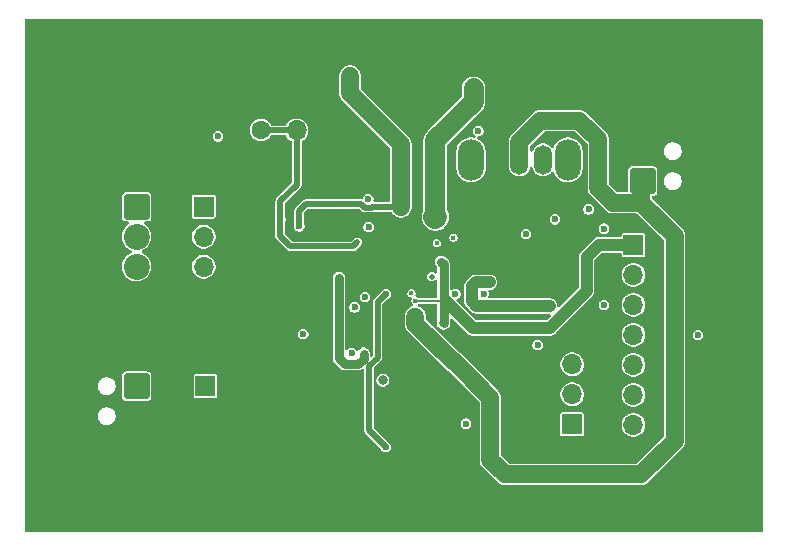
<source format=gbr>
%TF.GenerationSoftware,KiCad,Pcbnew,9.0.0-rc3*%
%TF.CreationDate,2025-02-21T17:02:01-08:00*%
%TF.ProjectId,LTC3556_v2.4,4c544333-3535-4365-9f76-322e342e6b69,rev?*%
%TF.SameCoordinates,Original*%
%TF.FileFunction,Copper,L3,Inr*%
%TF.FilePolarity,Positive*%
%FSLAX46Y46*%
G04 Gerber Fmt 4.6, Leading zero omitted, Abs format (unit mm)*
G04 Created by KiCad (PCBNEW 9.0.0-rc3) date 2025-02-21 17:02:01*
%MOMM*%
%LPD*%
G01*
G04 APERTURE LIST*
G04 Aperture macros list*
%AMRoundRect*
0 Rectangle with rounded corners*
0 $1 Rounding radius*
0 $2 $3 $4 $5 $6 $7 $8 $9 X,Y pos of 4 corners*
0 Add a 4 corners polygon primitive as box body*
4,1,4,$2,$3,$4,$5,$6,$7,$8,$9,$2,$3,0*
0 Add four circle primitives for the rounded corners*
1,1,$1+$1,$2,$3*
1,1,$1+$1,$4,$5*
1,1,$1+$1,$6,$7*
1,1,$1+$1,$8,$9*
0 Add four rect primitives between the rounded corners*
20,1,$1+$1,$2,$3,$4,$5,0*
20,1,$1+$1,$4,$5,$6,$7,0*
20,1,$1+$1,$6,$7,$8,$9,0*
20,1,$1+$1,$8,$9,$2,$3,0*%
G04 Aperture macros list end*
%TA.AperFunction,Conductor*%
%ADD10C,0.200000*%
%TD*%
%TA.AperFunction,ComponentPad*%
%ADD11RoundRect,0.249999X-0.850001X0.850001X-0.850001X-0.850001X0.850001X-0.850001X0.850001X0.850001X0*%
%TD*%
%TA.AperFunction,ComponentPad*%
%ADD12C,2.200000*%
%TD*%
%TA.AperFunction,ComponentPad*%
%ADD13R,1.700000X1.700000*%
%TD*%
%TA.AperFunction,ComponentPad*%
%ADD14O,1.700000X1.700000*%
%TD*%
%TA.AperFunction,ComponentPad*%
%ADD15C,3.900000*%
%TD*%
%TA.AperFunction,HeatsinkPad*%
%ADD16O,0.890000X1.550000*%
%TD*%
%TA.AperFunction,HeatsinkPad*%
%ADD17O,1.250000X0.950000*%
%TD*%
%TA.AperFunction,ComponentPad*%
%ADD18C,1.600000*%
%TD*%
%TA.AperFunction,HeatsinkPad*%
%ADD19C,0.500000*%
%TD*%
%TA.AperFunction,ComponentPad*%
%ADD20O,2.200000X3.500000*%
%TD*%
%TA.AperFunction,ComponentPad*%
%ADD21R,1.500000X2.500000*%
%TD*%
%TA.AperFunction,ComponentPad*%
%ADD22O,1.500000X2.500000*%
%TD*%
%TA.AperFunction,ComponentPad*%
%ADD23RoundRect,0.249999X0.850001X-0.850001X0.850001X0.850001X-0.850001X0.850001X-0.850001X-0.850001X0*%
%TD*%
%TA.AperFunction,ComponentPad*%
%ADD24RoundRect,0.250000X0.350000X0.625000X-0.350000X0.625000X-0.350000X-0.625000X0.350000X-0.625000X0*%
%TD*%
%TA.AperFunction,ComponentPad*%
%ADD25O,1.200000X1.750000*%
%TD*%
%TA.AperFunction,ViaPad*%
%ADD26C,0.600000*%
%TD*%
%TA.AperFunction,ViaPad*%
%ADD27C,0.500000*%
%TD*%
%TA.AperFunction,ViaPad*%
%ADD28C,1.000000*%
%TD*%
%TA.AperFunction,ViaPad*%
%ADD29C,0.400000*%
%TD*%
%TA.AperFunction,ViaPad*%
%ADD30C,0.800000*%
%TD*%
%TA.AperFunction,ViaPad*%
%ADD31C,0.700000*%
%TD*%
%TA.AperFunction,Conductor*%
%ADD32C,0.500000*%
%TD*%
%TA.AperFunction,Conductor*%
%ADD33C,1.500000*%
%TD*%
%TA.AperFunction,Conductor*%
%ADD34C,1.700000*%
%TD*%
%TA.AperFunction,Conductor*%
%ADD35C,2.000000*%
%TD*%
%TA.AperFunction,Conductor*%
%ADD36C,0.250000*%
%TD*%
%TA.AperFunction,Conductor*%
%ADD37C,1.000000*%
%TD*%
%TA.AperFunction,Conductor*%
%ADD38C,0.750000*%
%TD*%
G04 APERTURE END LIST*
D10*
%TO.N,/3V56*%
X142670000Y-103800000D02*
X145150000Y-103780000D01*
%TD*%
D11*
%TO.N,/3V3*%
%TO.C,J18*%
X119080000Y-111020000D03*
D12*
%TO.N,GND*%
X119080000Y-113560000D03*
%TD*%
D13*
%TO.N,GND*%
%TO.C,J19*%
X132620000Y-86825000D03*
D14*
%TO.N,Net-(J19-Pin_2)*%
X132620000Y-89365000D03*
%TD*%
D15*
%TO.N,GND*%
%TO.C,H4*%
X168580000Y-119540000D03*
%TD*%
%TO.N,GND*%
%TO.C,H1*%
X113320000Y-83647500D03*
%TD*%
D13*
%TO.N,/N2V5*%
%TO.C,J23*%
X124755000Y-95830000D03*
D14*
%TO.N,/P2V5*%
X124755000Y-98370000D03*
%TO.N,/3V3*%
X124755000Y-100910000D03*
%TO.N,GND*%
X124755000Y-103450000D03*
%TD*%
D13*
%TO.N,/3V3*%
%TO.C,J24*%
X124905000Y-111020000D03*
D14*
%TO.N,GND*%
X124905000Y-113560000D03*
%TD*%
D13*
%TO.N,/DVCC*%
%TO.C,J13*%
X155940000Y-114255000D03*
D14*
%TO.N,Net-(J13-Pin_2)*%
X155940000Y-111715000D03*
%TO.N,Net-(J13-Pin_3)*%
X155940000Y-109175000D03*
%TD*%
D16*
%TO.N,GND*%
%TO.C,J1*%
X139350000Y-80894400D03*
D17*
X138350000Y-83594400D03*
X133350000Y-83594400D03*
D16*
X132350000Y-80894400D03*
%TD*%
D18*
%TO.N,GND*%
%TO.C,TH1*%
X129590000Y-86825000D03*
%TO.N,Net-(J19-Pin_2)*%
X129590000Y-89325000D03*
%TD*%
D15*
%TO.N,GND*%
%TO.C,H2*%
X168580000Y-83720000D03*
%TD*%
D19*
%TO.N,GND*%
%TO.C,U1*%
X140115000Y-98345000D03*
X140115000Y-99395000D03*
X140115000Y-100445000D03*
X140115000Y-101495000D03*
X141190000Y-98345000D03*
X141190000Y-99395000D03*
X141190000Y-100445000D03*
X141190000Y-101495000D03*
X142265000Y-98345000D03*
X142265000Y-99395000D03*
X142265000Y-100445000D03*
X142265000Y-101495000D03*
%TD*%
D13*
%TO.N,GND*%
%TO.C,J14*%
X124905000Y-118760000D03*
%TD*%
D20*
%TO.N,*%
%TO.C,SW1*%
X147390000Y-91867500D03*
X155590000Y-91867500D03*
D21*
%TO.N,GND*%
X149490000Y-91867500D03*
D22*
%TO.N,/VOUT0*%
X151490000Y-91867500D03*
%TO.N,Net-(J13-Pin_3)*%
X153490000Y-91867500D03*
%TD*%
D23*
%TO.N,/VOUT0*%
%TO.C,J21*%
X161925000Y-93662500D03*
D12*
%TO.N,GND*%
X161925000Y-91122500D03*
%TD*%
D13*
%TO.N,/3V56*%
%TO.C,J22*%
X161130000Y-99070000D03*
D14*
%TO.N,/PGOOD*%
X161130000Y-101610000D03*
%TO.N,/CHRG*%
X161130000Y-104150000D03*
%TO.N,/ENALL*%
X161130000Y-106690000D03*
%TO.N,/SDA*%
X161130000Y-109230000D03*
%TO.N,/SCL*%
X161130000Y-111770000D03*
%TO.N,/DVCC*%
X161130000Y-114310000D03*
%TD*%
D11*
%TO.N,/N2V5*%
%TO.C,J20*%
X119080000Y-95830000D03*
D12*
%TO.N,/P2V5*%
X119080000Y-98370000D03*
%TO.N,/3V3*%
X119080000Y-100910000D03*
%TO.N,GND*%
X119080000Y-103450000D03*
%TD*%
D24*
%TO.N,VBAT*%
%TO.C,J12*%
X147577500Y-86190000D03*
D25*
%TO.N,GND*%
X145577500Y-86190000D03*
%TD*%
D15*
%TO.N,GND*%
%TO.C,H3*%
X113407500Y-119505000D03*
%TD*%
D26*
%TO.N,GND*%
X141270000Y-105300000D03*
X146362500Y-106992500D03*
X140230000Y-105300000D03*
D27*
X136080000Y-96460000D03*
D26*
X138360000Y-104430000D03*
D28*
%TO.N,Net-(J1-VBUS)*%
X137150000Y-84747500D03*
X141450300Y-95847100D03*
X137150000Y-86245000D03*
D26*
X132842000Y-97500000D03*
%TO.N,Net-(U1-FB3)*%
X137530000Y-104350000D03*
X137270000Y-108220000D03*
%TO.N,Net-(U1-VC3)*%
X133180000Y-106610000D03*
X138397499Y-103486002D03*
%TO.N,Net-(U1-FB2)*%
X146057500Y-103222500D03*
X148447500Y-103222500D03*
%TO.N,VBAT*%
X144027500Y-97237500D03*
X144652500Y-97237500D03*
%TO.N,Net-(U1-PROG)*%
X152047500Y-98152500D03*
D29*
X144477500Y-98912500D03*
D26*
%TO.N,Net-(J13-Pin_3)*%
X157353000Y-96062500D03*
%TO.N,Net-(J13-Pin_2)*%
X138726000Y-97536000D03*
X146962500Y-114200000D03*
D27*
%TO.N,Net-(J19-Pin_2)*%
X137770000Y-98820000D03*
D26*
X131230000Y-96910000D03*
%TO.N,/VOUT0*%
X148005000Y-89408000D03*
X125970000Y-89877500D03*
X146862837Y-109857163D03*
D30*
X142670000Y-105140000D03*
D26*
%TO.N,/DVCC*%
X140182389Y-103213652D03*
X140167500Y-116162500D03*
D29*
%TO.N,/3V56*%
X142680000Y-103800000D03*
D30*
X139924989Y-110524989D03*
D26*
X138290000Y-108260000D03*
D30*
X145060000Y-105690000D03*
D26*
X136200000Y-101860000D03*
X144860000Y-100507500D03*
D30*
%TO.N,/3V3*%
X154045000Y-104242500D03*
D31*
X148960000Y-102222500D03*
D26*
%TO.N,/CHRG*%
X154500000Y-96890000D03*
X158650000Y-97690000D03*
D29*
X145900000Y-98440000D03*
D26*
X158640000Y-104140000D03*
D27*
%TO.N,/SDA*%
X144050000Y-101750000D03*
D26*
X153025000Y-107530000D03*
%TO.N,/ENALL*%
X166595000Y-106680000D03*
X138684000Y-95200220D03*
D29*
%TO.N,/SCL*%
X142336195Y-103153313D03*
%TD*%
D32*
%TO.N,Net-(J1-VBUS)*%
X132842000Y-96178000D02*
X133400000Y-95620000D01*
D33*
X141450300Y-95847100D02*
X141450300Y-90542500D01*
D32*
X138393636Y-95901220D02*
X138974364Y-95901220D01*
X132842000Y-97500000D02*
X132842000Y-96178000D01*
D33*
X137150000Y-86242200D02*
X137150000Y-84747500D01*
D32*
X138112416Y-95620000D02*
X138393636Y-95901220D01*
X139028484Y-95847100D02*
X141450300Y-95847100D01*
X138974364Y-95901220D02*
X139028484Y-95847100D01*
D33*
X141450300Y-90542500D02*
X137150000Y-86242200D01*
D32*
X133400000Y-95620000D02*
X138112416Y-95620000D01*
D34*
%TO.N,VBAT*%
X144352500Y-90210000D02*
X147600000Y-86962500D01*
X144352500Y-96687500D02*
X144352500Y-90210000D01*
X147600000Y-86962500D02*
X147600000Y-85810000D01*
D35*
X144352500Y-96687500D02*
X144377500Y-96712500D01*
D32*
%TO.N,Net-(J19-Pin_2)*%
X132102000Y-99187000D02*
X137403000Y-99187000D01*
X131230000Y-96930000D02*
X131230000Y-98315000D01*
X137403000Y-99187000D02*
X137770000Y-98820000D01*
X132640000Y-93960000D02*
X132640000Y-89385000D01*
X132640000Y-89385000D02*
X132620000Y-89365000D01*
D36*
X131230000Y-96910000D02*
X131230000Y-96930000D01*
D32*
X129630000Y-89365000D02*
X129590000Y-89325000D01*
X132620000Y-89365000D02*
X129630000Y-89365000D01*
X131230000Y-98315000D02*
X132102000Y-99187000D01*
X131230000Y-96910000D02*
X131230000Y-95370000D01*
X131230000Y-95370000D02*
X132640000Y-93960000D01*
D33*
%TO.N,/VOUT0*%
X145915674Y-108910000D02*
X145860101Y-108910000D01*
X146862837Y-109857163D02*
X149010000Y-112004326D01*
X161820000Y-95490000D02*
X160750000Y-95490000D01*
X164640000Y-115637500D02*
X164640000Y-98310000D01*
X164640000Y-98310000D02*
X161820000Y-95490000D01*
X153268000Y-88540000D02*
X151490000Y-90318000D01*
X150250000Y-118487500D02*
X161790000Y-118487500D01*
X149010000Y-112004326D02*
X149010000Y-117247500D01*
X158150000Y-94222943D02*
X158150000Y-90130000D01*
X161820000Y-95490000D02*
X161820000Y-93705000D01*
X161790000Y-118487500D02*
X164640000Y-115637500D01*
X158150000Y-90130000D02*
X156560000Y-88540000D01*
X160750000Y-95490000D02*
X159417057Y-95490000D01*
X142670000Y-105719899D02*
X142670000Y-105140000D01*
X159417057Y-95490000D02*
X158150000Y-94222943D01*
X156560000Y-88540000D02*
X153268000Y-88540000D01*
X161820000Y-93705000D02*
X161775000Y-93660000D01*
X149010000Y-117247500D02*
X150250000Y-118487500D01*
X151490000Y-90318000D02*
X151490000Y-91867500D01*
X145860101Y-108910000D02*
X142670000Y-105719899D01*
X146862837Y-109857163D02*
X145915674Y-108910000D01*
D32*
%TO.N,/DVCC*%
X138735000Y-109345000D02*
X139470000Y-108610000D01*
X138735000Y-114730000D02*
X138735000Y-109345000D01*
X139470000Y-103926041D02*
X140182389Y-103213652D01*
X140167500Y-116162500D02*
X138735000Y-114730000D01*
X139470000Y-108610000D02*
X139470000Y-103926041D01*
D37*
%TO.N,/3V56*%
X161120000Y-99060000D02*
X161130000Y-99070000D01*
D38*
X138290000Y-108687500D02*
X137812500Y-109165000D01*
D37*
X145240000Y-103830000D02*
X147512500Y-106102500D01*
D38*
X137812500Y-109165000D02*
X136685000Y-109165000D01*
X136685000Y-109165000D02*
X136200000Y-108680000D01*
X144860000Y-100507500D02*
X145060000Y-100707500D01*
D37*
X154040000Y-106102500D02*
X157170000Y-102972500D01*
D38*
X138290000Y-108260000D02*
X138290000Y-108687500D01*
D37*
X157170000Y-102972500D02*
X157170000Y-100090000D01*
X147512500Y-106102500D02*
X154040000Y-106102500D01*
X158200000Y-99060000D02*
X161120000Y-99060000D01*
D38*
X136200000Y-108680000D02*
X136200000Y-101860000D01*
D37*
X157170000Y-100090000D02*
X158200000Y-99060000D01*
D38*
X145060000Y-100707500D02*
X145060000Y-105690000D01*
D37*
%TO.N,/3V3*%
X147437500Y-103832500D02*
X147847500Y-104242500D01*
X147797500Y-102222500D02*
X147437500Y-102582500D01*
X147437500Y-102582500D02*
X147437500Y-103832500D01*
X148960000Y-102222500D02*
X147797500Y-102222500D01*
X147847500Y-104242500D02*
X154045000Y-104242500D01*
%TD*%
%TA.AperFunction,Conductor*%
%TO.N,GND*%
G36*
X172037539Y-79940185D02*
G01*
X172083294Y-79992989D01*
X172094500Y-80044500D01*
X172094500Y-123245500D01*
X172074815Y-123312539D01*
X172022011Y-123358294D01*
X171970500Y-123369500D01*
X109719500Y-123369500D01*
X109652461Y-123349815D01*
X109606706Y-123297011D01*
X109595500Y-123245500D01*
X109595500Y-113633920D01*
X115789499Y-113633920D01*
X115818340Y-113778907D01*
X115818343Y-113778917D01*
X115874912Y-113915488D01*
X115874919Y-113915501D01*
X115957048Y-114038415D01*
X115957051Y-114038419D01*
X116061580Y-114142948D01*
X116061584Y-114142951D01*
X116184498Y-114225080D01*
X116184511Y-114225087D01*
X116321082Y-114281656D01*
X116321087Y-114281658D01*
X116321091Y-114281658D01*
X116321092Y-114281659D01*
X116466079Y-114310500D01*
X116466082Y-114310500D01*
X116613920Y-114310500D01*
X116711462Y-114291096D01*
X116758913Y-114281658D01*
X116895495Y-114225084D01*
X117018416Y-114142951D01*
X117122951Y-114038416D01*
X117205084Y-113915495D01*
X117261658Y-113778913D01*
X117271096Y-113731462D01*
X117290500Y-113633920D01*
X117290500Y-113486079D01*
X117261659Y-113341092D01*
X117261658Y-113341091D01*
X117261658Y-113341087D01*
X117243188Y-113296496D01*
X117205087Y-113204511D01*
X117205080Y-113204498D01*
X117122951Y-113081584D01*
X117122948Y-113081580D01*
X117018419Y-112977051D01*
X117018415Y-112977048D01*
X116895501Y-112894919D01*
X116895488Y-112894912D01*
X116758917Y-112838343D01*
X116758907Y-112838340D01*
X116613920Y-112809500D01*
X116613918Y-112809500D01*
X116466082Y-112809500D01*
X116466080Y-112809500D01*
X116321092Y-112838340D01*
X116321082Y-112838343D01*
X116184511Y-112894912D01*
X116184498Y-112894919D01*
X116061584Y-112977048D01*
X116061580Y-112977051D01*
X115957051Y-113081580D01*
X115957048Y-113081584D01*
X115874919Y-113204498D01*
X115874912Y-113204511D01*
X115818343Y-113341082D01*
X115818340Y-113341092D01*
X115789500Y-113486079D01*
X115789500Y-113486082D01*
X115789500Y-113633918D01*
X115789500Y-113633920D01*
X115789499Y-113633920D01*
X109595500Y-113633920D01*
X109595500Y-111093920D01*
X115789499Y-111093920D01*
X115818340Y-111238907D01*
X115818343Y-111238917D01*
X115874912Y-111375488D01*
X115874919Y-111375501D01*
X115957048Y-111498415D01*
X115957051Y-111498419D01*
X116061580Y-111602948D01*
X116061584Y-111602951D01*
X116184498Y-111685080D01*
X116184511Y-111685087D01*
X116321082Y-111741656D01*
X116321087Y-111741658D01*
X116321091Y-111741658D01*
X116321092Y-111741659D01*
X116466079Y-111770500D01*
X116466082Y-111770500D01*
X116613920Y-111770500D01*
X116711462Y-111751096D01*
X116758913Y-111741658D01*
X116895495Y-111685084D01*
X117018416Y-111602951D01*
X117122951Y-111498416D01*
X117205084Y-111375495D01*
X117261658Y-111238913D01*
X117271096Y-111191462D01*
X117290500Y-111093920D01*
X117290500Y-110946079D01*
X117261659Y-110801092D01*
X117261658Y-110801091D01*
X117261658Y-110801087D01*
X117225793Y-110714500D01*
X117205087Y-110664511D01*
X117205080Y-110664498D01*
X117122951Y-110541584D01*
X117122948Y-110541580D01*
X117018419Y-110437051D01*
X117018415Y-110437048D01*
X116895501Y-110354919D01*
X116895488Y-110354912D01*
X116758917Y-110298343D01*
X116758907Y-110298340D01*
X116613920Y-110269500D01*
X116613918Y-110269500D01*
X116466082Y-110269500D01*
X116466080Y-110269500D01*
X116321092Y-110298340D01*
X116321082Y-110298343D01*
X116184511Y-110354912D01*
X116184498Y-110354919D01*
X116061584Y-110437048D01*
X116061580Y-110437051D01*
X115957051Y-110541580D01*
X115957048Y-110541584D01*
X115874919Y-110664498D01*
X115874912Y-110664511D01*
X115818343Y-110801082D01*
X115818340Y-110801092D01*
X115789500Y-110946079D01*
X115789500Y-110946082D01*
X115789500Y-111093918D01*
X115789500Y-111093920D01*
X115789499Y-111093920D01*
X109595500Y-111093920D01*
X109595500Y-110138474D01*
X117829500Y-110138474D01*
X117829500Y-111901525D01*
X117844352Y-111995302D01*
X117862805Y-112031518D01*
X117901950Y-112108343D01*
X117901952Y-112108345D01*
X117901954Y-112108348D01*
X117991651Y-112198045D01*
X117991653Y-112198046D01*
X117991657Y-112198050D01*
X118081670Y-112243914D01*
X118104697Y-112255647D01*
X118198475Y-112270500D01*
X118198480Y-112270500D01*
X119961525Y-112270500D01*
X120055302Y-112255647D01*
X120055303Y-112255646D01*
X120055305Y-112255646D01*
X120168343Y-112198050D01*
X120258050Y-112108343D01*
X120315646Y-111995305D01*
X120315646Y-111995303D01*
X120315647Y-111995302D01*
X120330500Y-111901525D01*
X120330500Y-111884822D01*
X123904499Y-111884822D01*
X123913231Y-111928717D01*
X123913232Y-111928721D01*
X123913233Y-111928722D01*
X123946496Y-111978504D01*
X123996278Y-112011767D01*
X123996281Y-112011767D01*
X123996282Y-112011768D01*
X124040177Y-112020500D01*
X124040180Y-112020500D01*
X125769822Y-112020500D01*
X125813717Y-112011768D01*
X125813717Y-112011767D01*
X125813722Y-112011767D01*
X125863504Y-111978504D01*
X125896767Y-111928722D01*
X125899370Y-111915635D01*
X125905500Y-111884822D01*
X125905500Y-110155177D01*
X125896768Y-110111282D01*
X125896767Y-110111281D01*
X125896767Y-110111278D01*
X125863504Y-110061496D01*
X125863503Y-110061495D01*
X125813724Y-110028234D01*
X125813717Y-110028231D01*
X125769822Y-110019500D01*
X125769820Y-110019500D01*
X124040180Y-110019500D01*
X124040178Y-110019500D01*
X123996282Y-110028231D01*
X123996275Y-110028234D01*
X123946496Y-110061495D01*
X123946495Y-110061496D01*
X123913234Y-110111275D01*
X123913231Y-110111282D01*
X123904500Y-110155177D01*
X123904500Y-110155180D01*
X123904500Y-111884820D01*
X123904500Y-111884822D01*
X123904499Y-111884822D01*
X120330500Y-111884822D01*
X120330500Y-110138474D01*
X120315647Y-110044697D01*
X120315646Y-110044695D01*
X120258050Y-109931657D01*
X120258046Y-109931653D01*
X120258045Y-109931651D01*
X120168348Y-109841954D01*
X120168345Y-109841952D01*
X120168343Y-109841950D01*
X120091518Y-109802805D01*
X120055302Y-109784352D01*
X119961525Y-109769500D01*
X119961520Y-109769500D01*
X118198480Y-109769500D01*
X118198475Y-109769500D01*
X118104697Y-109784352D01*
X118048904Y-109812781D01*
X117991657Y-109841950D01*
X117991656Y-109841951D01*
X117991651Y-109841954D01*
X117901954Y-109931651D01*
X117901951Y-109931656D01*
X117901950Y-109931657D01*
X117891514Y-109952139D01*
X117844352Y-110044697D01*
X117829500Y-110138474D01*
X109595500Y-110138474D01*
X109595500Y-108603222D01*
X135674499Y-108603222D01*
X135674499Y-108749185D01*
X135693825Y-108821306D01*
X135693825Y-108821308D01*
X135693826Y-108821308D01*
X135710312Y-108882837D01*
X135710313Y-108882838D01*
X135779492Y-109002661D01*
X135779494Y-109002664D01*
X135779495Y-109002665D01*
X135877335Y-109100505D01*
X135877336Y-109100506D01*
X136362335Y-109585505D01*
X136362336Y-109585506D01*
X136362338Y-109585507D01*
X136482161Y-109654687D01*
X136482162Y-109654687D01*
X136482165Y-109654689D01*
X136615817Y-109690501D01*
X136615819Y-109690501D01*
X136761780Y-109690501D01*
X136761796Y-109690500D01*
X137735705Y-109690500D01*
X137735721Y-109690501D01*
X137743317Y-109690501D01*
X137881681Y-109690501D01*
X137881683Y-109690501D01*
X137987091Y-109662256D01*
X138015336Y-109654688D01*
X138135165Y-109585505D01*
X138139753Y-109580916D01*
X138153952Y-109573641D01*
X138177658Y-109569132D01*
X138200169Y-109560427D01*
X138211364Y-109562722D01*
X138222591Y-109560587D01*
X138244973Y-109569611D01*
X138268615Y-109574458D01*
X138276792Y-109582441D01*
X138287392Y-109586715D01*
X138301343Y-109606409D01*
X138318610Y-109623266D01*
X138321728Y-109635186D01*
X138327780Y-109643728D01*
X138328576Y-109661355D01*
X138334500Y-109683996D01*
X138334500Y-114782726D01*
X138361793Y-114884589D01*
X138388156Y-114930250D01*
X138414520Y-114975913D01*
X138414522Y-114975915D01*
X139714216Y-116275609D01*
X139746308Y-116331191D01*
X139747698Y-116336381D01*
X139747700Y-116336385D01*
X139772767Y-116379802D01*
X139807011Y-116439113D01*
X139890887Y-116522989D01*
X139993614Y-116582299D01*
X140108191Y-116613000D01*
X140108194Y-116613000D01*
X140226806Y-116613000D01*
X140226809Y-116613000D01*
X140341386Y-116582299D01*
X140444113Y-116522989D01*
X140527989Y-116439113D01*
X140587299Y-116336386D01*
X140618000Y-116221809D01*
X140618000Y-116103191D01*
X140587299Y-115988614D01*
X140527989Y-115885887D01*
X140444113Y-115802011D01*
X140384802Y-115767767D01*
X140341385Y-115742700D01*
X140341381Y-115742698D01*
X140336191Y-115741308D01*
X140280609Y-115709216D01*
X139171819Y-114600426D01*
X139138334Y-114539103D01*
X139135500Y-114512745D01*
X139135500Y-114140691D01*
X146512000Y-114140691D01*
X146512000Y-114259309D01*
X146542701Y-114373886D01*
X146602011Y-114476613D01*
X146685887Y-114560489D01*
X146788614Y-114619799D01*
X146903191Y-114650500D01*
X146903194Y-114650500D01*
X147021806Y-114650500D01*
X147021809Y-114650500D01*
X147136386Y-114619799D01*
X147239113Y-114560489D01*
X147322989Y-114476613D01*
X147382299Y-114373886D01*
X147413000Y-114259309D01*
X147413000Y-114140691D01*
X147382299Y-114026114D01*
X147322989Y-113923387D01*
X147239113Y-113839511D01*
X147136386Y-113780201D01*
X147021809Y-113749500D01*
X146903191Y-113749500D01*
X146788614Y-113780201D01*
X146788612Y-113780201D01*
X146788612Y-113780202D01*
X146685887Y-113839511D01*
X146685884Y-113839513D01*
X146602013Y-113923384D01*
X146602011Y-113923387D01*
X146547288Y-114018170D01*
X146542701Y-114026114D01*
X146512000Y-114140691D01*
X139135500Y-114140691D01*
X139135500Y-110452514D01*
X139374489Y-110452514D01*
X139374489Y-110597464D01*
X139405849Y-110714500D01*
X139412006Y-110737477D01*
X139484477Y-110863000D01*
X139484479Y-110863002D01*
X139484480Y-110863004D01*
X139586974Y-110965498D01*
X139586975Y-110965499D01*
X139586977Y-110965500D01*
X139712500Y-111037971D01*
X139712501Y-111037971D01*
X139712504Y-111037973D01*
X139852514Y-111075489D01*
X139852517Y-111075489D01*
X139997461Y-111075489D01*
X139997464Y-111075489D01*
X140137474Y-111037973D01*
X140263004Y-110965498D01*
X140365498Y-110863004D01*
X140437973Y-110737474D01*
X140475489Y-110597464D01*
X140475489Y-110452514D01*
X140437973Y-110312504D01*
X140429795Y-110298340D01*
X140365500Y-110186977D01*
X140365495Y-110186971D01*
X140263006Y-110084482D01*
X140263000Y-110084477D01*
X140137477Y-110012006D01*
X140137478Y-110012006D01*
X140119303Y-110007136D01*
X139997464Y-109974489D01*
X139852514Y-109974489D01*
X139730675Y-110007136D01*
X139712500Y-110012006D01*
X139586977Y-110084477D01*
X139586971Y-110084482D01*
X139484482Y-110186971D01*
X139484477Y-110186977D01*
X139412006Y-110312500D01*
X139412005Y-110312504D01*
X139374489Y-110452514D01*
X139135500Y-110452514D01*
X139135500Y-109562255D01*
X139155185Y-109495216D01*
X139171819Y-109474574D01*
X139372852Y-109273541D01*
X139790480Y-108855913D01*
X139843207Y-108764588D01*
X139870500Y-108662727D01*
X139870500Y-108557273D01*
X139870500Y-105051304D01*
X141769500Y-105051304D01*
X141769500Y-105808595D01*
X141804103Y-105982557D01*
X141804105Y-105982565D01*
X141825459Y-106034119D01*
X141825463Y-106034128D01*
X141827246Y-106038431D01*
X141871987Y-106146446D01*
X141909765Y-106202984D01*
X141913946Y-106209242D01*
X141913948Y-106209245D01*
X141970532Y-106293930D01*
X141970538Y-106293938D01*
X145286062Y-109609462D01*
X145286065Y-109609464D01*
X145334686Y-109641951D01*
X145433554Y-109708013D01*
X145435233Y-109708708D01*
X145441718Y-109713014D01*
X145444985Y-109716901D01*
X145460811Y-109728637D01*
X146159032Y-110426857D01*
X146159053Y-110426880D01*
X148073181Y-112341007D01*
X148106666Y-112402330D01*
X148109500Y-112428688D01*
X148109500Y-117336196D01*
X148144103Y-117510158D01*
X148144105Y-117510166D01*
X148175931Y-117587000D01*
X148211987Y-117674047D01*
X148271063Y-117762459D01*
X148274262Y-117767247D01*
X148274266Y-117767254D01*
X148310534Y-117821534D01*
X148310535Y-117821535D01*
X149675958Y-119186959D01*
X149675959Y-119186960D01*
X149675962Y-119186962D01*
X149675964Y-119186964D01*
X149749707Y-119236237D01*
X149749709Y-119236239D01*
X149823454Y-119285514D01*
X149871452Y-119305395D01*
X149987334Y-119353395D01*
X150161303Y-119387999D01*
X150161307Y-119388000D01*
X150161308Y-119388000D01*
X161878693Y-119388000D01*
X161878694Y-119387999D01*
X162052666Y-119353395D01*
X162134606Y-119319453D01*
X162216547Y-119285513D01*
X162304959Y-119226436D01*
X162364036Y-119186964D01*
X165339464Y-116211535D01*
X165403061Y-116116356D01*
X165438013Y-116064047D01*
X165486376Y-115947288D01*
X165505895Y-115900166D01*
X165540500Y-115726191D01*
X165540500Y-115548808D01*
X165540500Y-106620691D01*
X166144500Y-106620691D01*
X166144500Y-106739309D01*
X166175201Y-106853886D01*
X166234511Y-106956613D01*
X166318387Y-107040489D01*
X166421114Y-107099799D01*
X166535691Y-107130500D01*
X166535694Y-107130500D01*
X166654306Y-107130500D01*
X166654309Y-107130500D01*
X166768886Y-107099799D01*
X166871613Y-107040489D01*
X166955489Y-106956613D01*
X167014799Y-106853886D01*
X167045500Y-106739309D01*
X167045500Y-106620691D01*
X167014799Y-106506114D01*
X166955489Y-106403387D01*
X166871613Y-106319511D01*
X166768886Y-106260201D01*
X166654309Y-106229500D01*
X166535691Y-106229500D01*
X166421114Y-106260201D01*
X166421112Y-106260201D01*
X166421112Y-106260202D01*
X166318387Y-106319511D01*
X166318384Y-106319513D01*
X166234513Y-106403384D01*
X166234511Y-106403387D01*
X166175201Y-106506114D01*
X166144500Y-106620691D01*
X165540500Y-106620691D01*
X165540500Y-98221309D01*
X165540500Y-98221308D01*
X165505895Y-98047334D01*
X165454583Y-97923458D01*
X165453067Y-97919799D01*
X165443248Y-97896092D01*
X165438013Y-97883453D01*
X165438011Y-97883451D01*
X165438011Y-97883449D01*
X165339465Y-97735966D01*
X165277385Y-97673886D01*
X165214035Y-97610536D01*
X162756819Y-95153319D01*
X162742115Y-95126391D01*
X162725523Y-95100573D01*
X162724631Y-95094372D01*
X162723334Y-95091996D01*
X162720500Y-95065638D01*
X162720500Y-95032530D01*
X162740185Y-94965491D01*
X162792989Y-94919736D01*
X162825103Y-94910057D01*
X162900301Y-94898147D01*
X162900302Y-94898147D01*
X162900303Y-94898146D01*
X162900305Y-94898146D01*
X163013343Y-94840550D01*
X163103050Y-94750843D01*
X163160646Y-94637805D01*
X163160646Y-94637803D01*
X163160647Y-94637802D01*
X163175500Y-94544023D01*
X163175500Y-93736420D01*
X163714499Y-93736420D01*
X163743340Y-93881407D01*
X163743343Y-93881417D01*
X163799912Y-94017988D01*
X163799919Y-94018001D01*
X163882048Y-94140915D01*
X163882051Y-94140919D01*
X163986580Y-94245448D01*
X163986584Y-94245451D01*
X164109498Y-94327580D01*
X164109511Y-94327587D01*
X164246082Y-94384156D01*
X164246087Y-94384158D01*
X164246091Y-94384158D01*
X164246092Y-94384159D01*
X164391079Y-94413000D01*
X164391082Y-94413000D01*
X164538920Y-94413000D01*
X164636462Y-94393596D01*
X164683913Y-94384158D01*
X164820495Y-94327584D01*
X164943416Y-94245451D01*
X165047951Y-94140916D01*
X165130084Y-94017995D01*
X165132267Y-94012726D01*
X165186656Y-93881417D01*
X165186658Y-93881413D01*
X165209218Y-93768000D01*
X165215500Y-93736420D01*
X165215500Y-93588579D01*
X165186659Y-93443592D01*
X165186658Y-93443591D01*
X165186658Y-93443587D01*
X165140499Y-93332148D01*
X165130087Y-93307011D01*
X165130080Y-93306998D01*
X165047951Y-93184084D01*
X165047948Y-93184080D01*
X164943419Y-93079551D01*
X164943415Y-93079548D01*
X164820501Y-92997419D01*
X164820488Y-92997412D01*
X164683917Y-92940843D01*
X164683907Y-92940840D01*
X164538920Y-92912000D01*
X164538918Y-92912000D01*
X164391082Y-92912000D01*
X164391080Y-92912000D01*
X164246092Y-92940840D01*
X164246082Y-92940843D01*
X164109511Y-92997412D01*
X164109498Y-92997419D01*
X163986584Y-93079548D01*
X163986580Y-93079551D01*
X163882051Y-93184080D01*
X163882048Y-93184084D01*
X163799919Y-93306998D01*
X163799912Y-93307011D01*
X163743343Y-93443582D01*
X163743340Y-93443592D01*
X163714500Y-93588579D01*
X163714500Y-93588582D01*
X163714500Y-93736418D01*
X163714500Y-93736420D01*
X163714499Y-93736420D01*
X163175500Y-93736420D01*
X163175500Y-92780974D01*
X163160647Y-92687197D01*
X163160646Y-92687195D01*
X163103050Y-92574157D01*
X163103046Y-92574153D01*
X163103045Y-92574151D01*
X163013348Y-92484454D01*
X163013345Y-92484452D01*
X163013343Y-92484450D01*
X162936518Y-92445305D01*
X162900302Y-92426852D01*
X162806525Y-92412000D01*
X162806520Y-92412000D01*
X161043480Y-92412000D01*
X161043475Y-92412000D01*
X160949697Y-92426852D01*
X160892118Y-92456191D01*
X160836657Y-92484450D01*
X160836656Y-92484451D01*
X160836651Y-92484454D01*
X160746954Y-92574151D01*
X160746951Y-92574156D01*
X160689352Y-92687197D01*
X160674500Y-92780974D01*
X160674500Y-94465500D01*
X160654815Y-94532539D01*
X160602011Y-94578294D01*
X160550500Y-94589500D01*
X159841419Y-94589500D01*
X159774380Y-94569815D01*
X159753738Y-94553181D01*
X159086819Y-93886262D01*
X159053334Y-93824939D01*
X159050500Y-93798581D01*
X159050500Y-91196420D01*
X163714499Y-91196420D01*
X163743340Y-91341407D01*
X163743343Y-91341417D01*
X163799912Y-91477988D01*
X163799919Y-91478001D01*
X163882048Y-91600915D01*
X163882051Y-91600919D01*
X163986580Y-91705448D01*
X163986584Y-91705451D01*
X164109498Y-91787580D01*
X164109511Y-91787587D01*
X164246082Y-91844156D01*
X164246087Y-91844158D01*
X164246091Y-91844158D01*
X164246092Y-91844159D01*
X164391079Y-91873000D01*
X164391082Y-91873000D01*
X164538920Y-91873000D01*
X164636462Y-91853596D01*
X164683913Y-91844158D01*
X164820495Y-91787584D01*
X164943416Y-91705451D01*
X165047951Y-91600916D01*
X165130084Y-91477995D01*
X165186658Y-91341413D01*
X165215500Y-91196418D01*
X165215500Y-91048582D01*
X165215500Y-91048579D01*
X165186659Y-90903592D01*
X165186658Y-90903591D01*
X165186658Y-90903587D01*
X165141044Y-90793465D01*
X165130087Y-90767011D01*
X165130080Y-90766998D01*
X165047951Y-90644084D01*
X165047948Y-90644080D01*
X164943419Y-90539551D01*
X164943415Y-90539548D01*
X164820501Y-90457419D01*
X164820488Y-90457412D01*
X164683917Y-90400843D01*
X164683907Y-90400840D01*
X164538920Y-90372000D01*
X164538918Y-90372000D01*
X164391082Y-90372000D01*
X164391080Y-90372000D01*
X164246092Y-90400840D01*
X164246082Y-90400843D01*
X164109511Y-90457412D01*
X164109498Y-90457419D01*
X163986584Y-90539548D01*
X163986580Y-90539551D01*
X163882051Y-90644080D01*
X163882048Y-90644084D01*
X163799919Y-90766998D01*
X163799912Y-90767011D01*
X163743343Y-90903582D01*
X163743340Y-90903592D01*
X163714500Y-91048579D01*
X163714500Y-91048582D01*
X163714500Y-91196418D01*
X163714500Y-91196420D01*
X163714499Y-91196420D01*
X159050500Y-91196420D01*
X159050500Y-90041308D01*
X159050499Y-90041307D01*
X159044827Y-90012788D01*
X159015895Y-89867334D01*
X158960920Y-89734614D01*
X158948013Y-89703453D01*
X158948012Y-89703451D01*
X158948011Y-89703449D01*
X158849465Y-89555966D01*
X158810510Y-89517011D01*
X158724035Y-89430536D01*
X158341010Y-89047511D01*
X157134041Y-87840540D01*
X157134040Y-87840539D01*
X157134036Y-87840536D01*
X157074959Y-87801063D01*
X156986547Y-87741987D01*
X156904606Y-87708046D01*
X156822666Y-87674105D01*
X156822658Y-87674103D01*
X156648696Y-87639500D01*
X156648692Y-87639500D01*
X156648691Y-87639500D01*
X153356692Y-87639500D01*
X153179309Y-87639500D01*
X153179304Y-87639500D01*
X153005339Y-87674103D01*
X153005323Y-87674108D01*
X152889453Y-87722102D01*
X152889454Y-87722103D01*
X152841454Y-87741986D01*
X152693965Y-87840535D01*
X152693961Y-87840538D01*
X150790540Y-89743958D01*
X150790537Y-89743961D01*
X150765503Y-89781428D01*
X150765498Y-89781435D01*
X150762783Y-89785500D01*
X150691987Y-89891453D01*
X150660695Y-89967000D01*
X150657907Y-89973728D01*
X150657906Y-89973732D01*
X150624105Y-90055333D01*
X150624103Y-90055341D01*
X150591611Y-90218692D01*
X150591611Y-90218693D01*
X150589500Y-90229305D01*
X150589500Y-92456195D01*
X150624103Y-92630158D01*
X150624106Y-92630167D01*
X150691983Y-92794040D01*
X150691990Y-92794053D01*
X150790535Y-92941534D01*
X150790538Y-92941538D01*
X150915961Y-93066961D01*
X150915965Y-93066964D01*
X151063446Y-93165509D01*
X151063459Y-93165516D01*
X151186363Y-93216423D01*
X151227334Y-93233394D01*
X151227336Y-93233394D01*
X151227341Y-93233396D01*
X151401304Y-93267999D01*
X151401307Y-93268000D01*
X151401309Y-93268000D01*
X151578693Y-93268000D01*
X151578694Y-93267999D01*
X151636682Y-93256464D01*
X151752658Y-93233396D01*
X151752661Y-93233394D01*
X151752666Y-93233394D01*
X151916547Y-93165513D01*
X152064035Y-93066964D01*
X152189464Y-92941535D01*
X152288013Y-92794047D01*
X152293426Y-92780980D01*
X152332272Y-92687195D01*
X152355894Y-92630166D01*
X152358728Y-92615922D01*
X152368383Y-92567382D01*
X152400768Y-92505471D01*
X152461483Y-92470897D01*
X152531253Y-92474636D01*
X152587925Y-92515503D01*
X152611617Y-92567382D01*
X152624103Y-92630158D01*
X152624106Y-92630167D01*
X152691983Y-92794040D01*
X152691990Y-92794053D01*
X152790535Y-92941534D01*
X152790538Y-92941538D01*
X152915961Y-93066961D01*
X152915965Y-93066964D01*
X153063446Y-93165509D01*
X153063459Y-93165516D01*
X153186363Y-93216423D01*
X153227334Y-93233394D01*
X153227336Y-93233394D01*
X153227341Y-93233396D01*
X153401304Y-93267999D01*
X153401307Y-93268000D01*
X153401309Y-93268000D01*
X153578693Y-93268000D01*
X153578694Y-93267999D01*
X153636682Y-93256464D01*
X153752658Y-93233396D01*
X153752661Y-93233394D01*
X153752666Y-93233394D01*
X153916547Y-93165513D01*
X154064035Y-93066964D01*
X154189464Y-92941535D01*
X154197778Y-92929091D01*
X154251387Y-92884285D01*
X154320711Y-92875575D01*
X154383740Y-92905727D01*
X154418812Y-92959657D01*
X154431081Y-92997416D01*
X154431118Y-92997530D01*
X154472909Y-93079549D01*
X154520476Y-93172905D01*
X154636172Y-93332146D01*
X154775354Y-93471328D01*
X154934595Y-93587024D01*
X155017455Y-93629243D01*
X155109970Y-93676382D01*
X155109972Y-93676382D01*
X155109975Y-93676384D01*
X155210317Y-93708987D01*
X155297173Y-93737209D01*
X155491578Y-93768000D01*
X155491583Y-93768000D01*
X155688422Y-93768000D01*
X155882826Y-93737209D01*
X155885260Y-93736418D01*
X156070025Y-93676384D01*
X156245405Y-93587024D01*
X156404646Y-93471328D01*
X156543828Y-93332146D01*
X156659524Y-93172905D01*
X156748884Y-92997525D01*
X156809709Y-92810326D01*
X156814358Y-92780974D01*
X156840500Y-92615922D01*
X156840500Y-91119077D01*
X156809709Y-90924673D01*
X156758479Y-90767005D01*
X156748884Y-90737475D01*
X156748882Y-90737472D01*
X156748882Y-90737470D01*
X156683292Y-90608743D01*
X156659524Y-90562095D01*
X156543828Y-90402854D01*
X156404646Y-90263672D01*
X156245405Y-90147976D01*
X156233943Y-90142136D01*
X156070029Y-90058617D01*
X155882826Y-89997790D01*
X155688422Y-89967000D01*
X155688417Y-89967000D01*
X155491583Y-89967000D01*
X155491578Y-89967000D01*
X155297173Y-89997790D01*
X155109970Y-90058617D01*
X154934594Y-90147976D01*
X154907966Y-90167323D01*
X154775354Y-90263672D01*
X154775352Y-90263674D01*
X154775351Y-90263674D01*
X154636174Y-90402851D01*
X154636174Y-90402852D01*
X154636172Y-90402854D01*
X154633384Y-90406692D01*
X154520476Y-90562094D01*
X154431115Y-90737474D01*
X154418812Y-90775340D01*
X154379374Y-90833015D01*
X154315015Y-90860212D01*
X154246168Y-90848296D01*
X154197780Y-90805910D01*
X154189464Y-90793465D01*
X154189462Y-90793463D01*
X154189460Y-90793460D01*
X154064038Y-90668038D01*
X154064034Y-90668035D01*
X153916553Y-90569490D01*
X153916540Y-90569483D01*
X153752667Y-90501606D01*
X153752658Y-90501603D01*
X153578694Y-90467000D01*
X153578691Y-90467000D01*
X153401309Y-90467000D01*
X153401306Y-90467000D01*
X153227341Y-90501603D01*
X153227332Y-90501606D01*
X153063459Y-90569483D01*
X153063446Y-90569490D01*
X152915965Y-90668035D01*
X152915961Y-90668038D01*
X152790538Y-90793461D01*
X152790535Y-90793465D01*
X152691990Y-90940946D01*
X152691983Y-90940959D01*
X152629061Y-91092871D01*
X152585221Y-91147275D01*
X152518927Y-91169340D01*
X152451227Y-91152061D01*
X152403616Y-91100924D01*
X152390500Y-91045419D01*
X152390500Y-90742361D01*
X152410185Y-90675322D01*
X152426819Y-90654680D01*
X153604680Y-89476819D01*
X153666003Y-89443334D01*
X153692361Y-89440500D01*
X156135638Y-89440500D01*
X156202677Y-89460185D01*
X156223319Y-89476819D01*
X157213181Y-90466680D01*
X157246666Y-90528003D01*
X157249500Y-90554361D01*
X157249500Y-94311639D01*
X157269662Y-94413000D01*
X157284105Y-94485609D01*
X157308300Y-94544020D01*
X157351987Y-94649490D01*
X157411063Y-94737902D01*
X157414555Y-94743128D01*
X157414557Y-94743132D01*
X157450534Y-94796977D01*
X157450535Y-94796978D01*
X158843017Y-96189461D01*
X158843018Y-96189462D01*
X158843021Y-96189464D01*
X158889181Y-96220307D01*
X158990510Y-96288013D01*
X159072450Y-96321953D01*
X159154391Y-96355895D01*
X159328360Y-96390499D01*
X159328364Y-96390500D01*
X159328365Y-96390500D01*
X159328366Y-96390500D01*
X160661309Y-96390500D01*
X161395638Y-96390500D01*
X161462677Y-96410185D01*
X161483319Y-96426819D01*
X163703181Y-98646680D01*
X163736666Y-98708003D01*
X163739500Y-98734361D01*
X163739500Y-115213138D01*
X163719815Y-115280177D01*
X163703181Y-115300819D01*
X161453319Y-117550681D01*
X161391996Y-117584166D01*
X161365638Y-117587000D01*
X150674362Y-117587000D01*
X150607323Y-117567315D01*
X150586681Y-117550681D01*
X149946819Y-116910819D01*
X149913334Y-116849496D01*
X149910500Y-116823138D01*
X149910500Y-115119822D01*
X154939499Y-115119822D01*
X154948231Y-115163717D01*
X154948234Y-115163724D01*
X154981251Y-115213138D01*
X154981496Y-115213504D01*
X155031278Y-115246767D01*
X155031281Y-115246767D01*
X155031282Y-115246768D01*
X155075177Y-115255500D01*
X155075180Y-115255500D01*
X156804822Y-115255500D01*
X156848717Y-115246768D01*
X156848717Y-115246767D01*
X156848722Y-115246767D01*
X156898504Y-115213504D01*
X156931767Y-115163722D01*
X156940500Y-115119820D01*
X156940500Y-114408543D01*
X160129499Y-114408543D01*
X160167947Y-114601829D01*
X160167950Y-114601839D01*
X160243364Y-114783907D01*
X160243371Y-114783920D01*
X160352860Y-114947781D01*
X160352863Y-114947785D01*
X160492214Y-115087136D01*
X160492218Y-115087139D01*
X160656079Y-115196628D01*
X160656092Y-115196635D01*
X160798207Y-115255500D01*
X160838165Y-115272051D01*
X160838169Y-115272051D01*
X160838170Y-115272052D01*
X161031456Y-115310500D01*
X161031459Y-115310500D01*
X161228543Y-115310500D01*
X161380983Y-115280177D01*
X161421835Y-115272051D01*
X161603914Y-115196632D01*
X161767782Y-115087139D01*
X161907139Y-114947782D01*
X162016632Y-114783914D01*
X162092051Y-114601835D01*
X162116959Y-114476615D01*
X162130500Y-114408543D01*
X162130500Y-114211456D01*
X162092052Y-114018170D01*
X162092051Y-114018169D01*
X162092051Y-114018165D01*
X162049521Y-113915488D01*
X162016635Y-113836092D01*
X162016628Y-113836079D01*
X161907139Y-113672218D01*
X161907136Y-113672214D01*
X161767785Y-113532863D01*
X161767781Y-113532860D01*
X161603920Y-113423371D01*
X161603907Y-113423364D01*
X161421839Y-113347950D01*
X161421829Y-113347947D01*
X161228543Y-113309500D01*
X161228541Y-113309500D01*
X161031459Y-113309500D01*
X161031457Y-113309500D01*
X160838170Y-113347947D01*
X160838160Y-113347950D01*
X160656092Y-113423364D01*
X160656079Y-113423371D01*
X160492218Y-113532860D01*
X160492214Y-113532863D01*
X160352863Y-113672214D01*
X160352860Y-113672218D01*
X160243371Y-113836079D01*
X160243364Y-113836092D01*
X160167950Y-114018160D01*
X160167947Y-114018170D01*
X160129500Y-114211456D01*
X160129500Y-114211459D01*
X160129500Y-114408541D01*
X160129500Y-114408543D01*
X160129499Y-114408543D01*
X156940500Y-114408543D01*
X156940500Y-113390180D01*
X156940500Y-113390177D01*
X156931768Y-113346282D01*
X156931767Y-113346281D01*
X156931767Y-113346278D01*
X156898504Y-113296496D01*
X156898503Y-113296495D01*
X156848724Y-113263234D01*
X156848717Y-113263231D01*
X156804822Y-113254500D01*
X156804820Y-113254500D01*
X155075180Y-113254500D01*
X155075178Y-113254500D01*
X155031282Y-113263231D01*
X155031275Y-113263234D01*
X154981496Y-113296495D01*
X154981495Y-113296496D01*
X154948234Y-113346275D01*
X154948231Y-113346282D01*
X154939500Y-113390177D01*
X154939500Y-113390180D01*
X154939500Y-115119820D01*
X154939500Y-115119822D01*
X154939499Y-115119822D01*
X149910500Y-115119822D01*
X149910500Y-111915633D01*
X149910499Y-111915629D01*
X149890193Y-111813543D01*
X154939499Y-111813543D01*
X154977947Y-112006829D01*
X154977950Y-112006839D01*
X155053364Y-112188907D01*
X155053371Y-112188920D01*
X155162860Y-112352781D01*
X155162863Y-112352785D01*
X155302214Y-112492136D01*
X155302218Y-112492139D01*
X155466079Y-112601628D01*
X155466092Y-112601635D01*
X155598876Y-112656635D01*
X155648165Y-112677051D01*
X155648169Y-112677051D01*
X155648170Y-112677052D01*
X155841456Y-112715500D01*
X155841459Y-112715500D01*
X156038543Y-112715500D01*
X156168582Y-112689632D01*
X156231835Y-112677051D01*
X156413914Y-112601632D01*
X156577782Y-112492139D01*
X156717139Y-112352782D01*
X156826632Y-112188914D01*
X156902051Y-112006835D01*
X156926322Y-111884820D01*
X156929560Y-111868543D01*
X160129499Y-111868543D01*
X160167947Y-112061829D01*
X160167950Y-112061839D01*
X160243364Y-112243907D01*
X160243371Y-112243920D01*
X160352860Y-112407781D01*
X160352863Y-112407785D01*
X160492214Y-112547136D01*
X160492218Y-112547139D01*
X160656079Y-112656628D01*
X160656092Y-112656635D01*
X160798207Y-112715500D01*
X160838165Y-112732051D01*
X160838169Y-112732051D01*
X160838170Y-112732052D01*
X161031456Y-112770500D01*
X161031459Y-112770500D01*
X161228543Y-112770500D01*
X161358582Y-112744632D01*
X161421835Y-112732051D01*
X161603914Y-112656632D01*
X161767782Y-112547139D01*
X161907139Y-112407782D01*
X162016632Y-112243914D01*
X162092051Y-112061835D01*
X162118530Y-111928717D01*
X162130500Y-111868543D01*
X162130500Y-111671456D01*
X162092051Y-111478165D01*
X162092049Y-111478160D01*
X162016635Y-111296092D01*
X162016628Y-111296079D01*
X161907139Y-111132218D01*
X161907136Y-111132214D01*
X161767785Y-110992863D01*
X161767781Y-110992860D01*
X161603920Y-110883371D01*
X161603907Y-110883364D01*
X161421839Y-110807950D01*
X161421829Y-110807947D01*
X161228543Y-110769500D01*
X161228541Y-110769500D01*
X161031459Y-110769500D01*
X161031457Y-110769500D01*
X160838170Y-110807947D01*
X160838160Y-110807950D01*
X160656092Y-110883364D01*
X160656079Y-110883371D01*
X160492218Y-110992860D01*
X160492214Y-110992863D01*
X160352863Y-111132214D01*
X160352860Y-111132218D01*
X160243371Y-111296079D01*
X160243364Y-111296092D01*
X160167950Y-111478160D01*
X160167949Y-111478165D01*
X160129500Y-111671456D01*
X160129500Y-111671459D01*
X160129500Y-111868541D01*
X160129500Y-111868543D01*
X160129499Y-111868543D01*
X156929560Y-111868543D01*
X156940500Y-111813543D01*
X156940500Y-111616456D01*
X156902052Y-111423170D01*
X156902051Y-111423169D01*
X156902051Y-111423165D01*
X156849411Y-111296079D01*
X156826635Y-111241092D01*
X156826628Y-111241079D01*
X156717139Y-111077218D01*
X156717136Y-111077214D01*
X156577785Y-110937863D01*
X156577781Y-110937860D01*
X156413920Y-110828371D01*
X156413907Y-110828364D01*
X156231839Y-110752950D01*
X156231829Y-110752947D01*
X156038543Y-110714500D01*
X156038541Y-110714500D01*
X155841459Y-110714500D01*
X155841457Y-110714500D01*
X155648170Y-110752947D01*
X155648160Y-110752950D01*
X155466092Y-110828364D01*
X155466079Y-110828371D01*
X155302218Y-110937860D01*
X155302214Y-110937863D01*
X155162863Y-111077214D01*
X155162860Y-111077218D01*
X155053371Y-111241079D01*
X155053364Y-111241092D01*
X154977950Y-111423160D01*
X154977947Y-111423170D01*
X154939500Y-111616456D01*
X154939500Y-111616459D01*
X154939500Y-111813541D01*
X154939500Y-111813543D01*
X154939499Y-111813543D01*
X149890193Y-111813543D01*
X149890193Y-111813541D01*
X149875895Y-111741660D01*
X149852458Y-111685080D01*
X149841974Y-111659768D01*
X149841962Y-111659741D01*
X149841953Y-111659719D01*
X149825641Y-111620338D01*
X149808016Y-111577785D01*
X149808014Y-111577781D01*
X149808013Y-111577779D01*
X149741453Y-111478165D01*
X149709464Y-111430290D01*
X149709462Y-111430287D01*
X147552718Y-109273543D01*
X154939499Y-109273543D01*
X154977947Y-109466829D01*
X154977950Y-109466839D01*
X155053364Y-109648907D01*
X155053371Y-109648920D01*
X155162860Y-109812781D01*
X155162863Y-109812785D01*
X155302214Y-109952136D01*
X155302218Y-109952139D01*
X155466079Y-110061628D01*
X155466092Y-110061635D01*
X155598876Y-110116635D01*
X155648165Y-110137051D01*
X155648169Y-110137051D01*
X155648170Y-110137052D01*
X155841456Y-110175500D01*
X155841459Y-110175500D01*
X156038543Y-110175500D01*
X156168582Y-110149632D01*
X156231835Y-110137051D01*
X156413914Y-110061632D01*
X156577782Y-109952139D01*
X156717139Y-109812782D01*
X156826632Y-109648914D01*
X156902051Y-109466835D01*
X156918097Y-109386169D01*
X156929560Y-109328543D01*
X160129499Y-109328543D01*
X160167947Y-109521829D01*
X160167950Y-109521839D01*
X160243364Y-109703907D01*
X160243371Y-109703920D01*
X160352860Y-109867781D01*
X160352863Y-109867785D01*
X160492214Y-110007136D01*
X160492218Y-110007139D01*
X160656079Y-110116628D01*
X160656092Y-110116635D01*
X160825908Y-110186974D01*
X160838165Y-110192051D01*
X160838169Y-110192051D01*
X160838170Y-110192052D01*
X161031456Y-110230500D01*
X161031459Y-110230500D01*
X161228543Y-110230500D01*
X161358582Y-110204632D01*
X161421835Y-110192051D01*
X161603914Y-110116632D01*
X161767782Y-110007139D01*
X161907139Y-109867782D01*
X162016632Y-109703914D01*
X162092051Y-109521835D01*
X162130500Y-109328541D01*
X162130500Y-109131459D01*
X162130500Y-109131456D01*
X162092052Y-108938170D01*
X162092051Y-108938169D01*
X162092051Y-108938165D01*
X162069272Y-108883170D01*
X162016635Y-108756092D01*
X162016628Y-108756079D01*
X161907139Y-108592218D01*
X161907136Y-108592214D01*
X161767785Y-108452863D01*
X161767781Y-108452860D01*
X161603920Y-108343371D01*
X161603907Y-108343364D01*
X161421839Y-108267950D01*
X161421829Y-108267947D01*
X161228543Y-108229500D01*
X161228541Y-108229500D01*
X161031459Y-108229500D01*
X161031457Y-108229500D01*
X160838170Y-108267947D01*
X160838160Y-108267950D01*
X160656092Y-108343364D01*
X160656079Y-108343371D01*
X160492218Y-108452860D01*
X160492214Y-108452863D01*
X160352863Y-108592214D01*
X160352860Y-108592218D01*
X160243371Y-108756079D01*
X160243364Y-108756092D01*
X160167950Y-108938160D01*
X160167947Y-108938170D01*
X160129500Y-109131456D01*
X160129500Y-109131459D01*
X160129500Y-109328541D01*
X160129500Y-109328543D01*
X160129499Y-109328543D01*
X156929560Y-109328543D01*
X156940500Y-109273543D01*
X156940500Y-109076456D01*
X156902052Y-108883170D01*
X156902051Y-108883169D01*
X156902051Y-108883165D01*
X156876429Y-108821308D01*
X156826635Y-108701092D01*
X156826628Y-108701079D01*
X156717139Y-108537218D01*
X156717136Y-108537214D01*
X156577785Y-108397863D01*
X156577781Y-108397860D01*
X156413920Y-108288371D01*
X156413907Y-108288364D01*
X156231839Y-108212950D01*
X156231829Y-108212947D01*
X156038543Y-108174500D01*
X156038541Y-108174500D01*
X155841459Y-108174500D01*
X155841457Y-108174500D01*
X155648170Y-108212947D01*
X155648160Y-108212950D01*
X155466092Y-108288364D01*
X155466079Y-108288371D01*
X155302218Y-108397860D01*
X155302214Y-108397863D01*
X155162863Y-108537214D01*
X155162860Y-108537218D01*
X155053371Y-108701079D01*
X155053364Y-108701092D01*
X154977950Y-108883160D01*
X154977947Y-108883170D01*
X154939500Y-109076456D01*
X154939500Y-109076459D01*
X154939500Y-109273541D01*
X154939500Y-109273543D01*
X154939499Y-109273543D01*
X147552718Y-109273543D01*
X147437241Y-109158066D01*
X147437241Y-109158067D01*
X147436873Y-109157699D01*
X147436872Y-109157698D01*
X147434899Y-109155726D01*
X147432547Y-109153374D01*
X147432546Y-109153371D01*
X147432531Y-109153358D01*
X146489713Y-108210538D01*
X146489712Y-108210537D01*
X146458563Y-108189724D01*
X146405844Y-108154499D01*
X146342221Y-108111987D01*
X146340592Y-108111312D01*
X146334204Y-108107084D01*
X146330938Y-108103210D01*
X146314964Y-108091363D01*
X145694292Y-107470691D01*
X152574500Y-107470691D01*
X152574500Y-107589309D01*
X152605201Y-107703886D01*
X152664511Y-107806613D01*
X152748387Y-107890489D01*
X152851114Y-107949799D01*
X152965691Y-107980500D01*
X152965694Y-107980500D01*
X153084306Y-107980500D01*
X153084309Y-107980500D01*
X153198886Y-107949799D01*
X153301613Y-107890489D01*
X153385489Y-107806613D01*
X153444799Y-107703886D01*
X153475500Y-107589309D01*
X153475500Y-107470691D01*
X153444799Y-107356114D01*
X153385489Y-107253387D01*
X153301613Y-107169511D01*
X153198886Y-107110201D01*
X153084309Y-107079500D01*
X152965691Y-107079500D01*
X152851114Y-107110201D01*
X152851112Y-107110201D01*
X152851112Y-107110202D01*
X152748387Y-107169511D01*
X152748384Y-107169513D01*
X152664513Y-107253384D01*
X152664511Y-107253387D01*
X152605201Y-107356114D01*
X152574500Y-107470691D01*
X145694292Y-107470691D01*
X145012144Y-106788543D01*
X160129499Y-106788543D01*
X160167947Y-106981829D01*
X160167950Y-106981839D01*
X160243364Y-107163907D01*
X160243371Y-107163920D01*
X160352860Y-107327781D01*
X160352863Y-107327785D01*
X160492214Y-107467136D01*
X160492218Y-107467139D01*
X160656079Y-107576628D01*
X160656092Y-107576635D01*
X160838160Y-107652049D01*
X160838165Y-107652051D01*
X160838169Y-107652051D01*
X160838170Y-107652052D01*
X161031456Y-107690500D01*
X161031459Y-107690500D01*
X161228543Y-107690500D01*
X161358582Y-107664632D01*
X161421835Y-107652051D01*
X161603914Y-107576632D01*
X161767782Y-107467139D01*
X161907139Y-107327782D01*
X162016632Y-107163914D01*
X162092051Y-106981835D01*
X162130500Y-106788541D01*
X162130500Y-106591459D01*
X162130500Y-106591456D01*
X162092052Y-106398170D01*
X162092051Y-106398169D01*
X162092051Y-106398165D01*
X162092049Y-106398160D01*
X162016635Y-106216092D01*
X162016628Y-106216079D01*
X161907139Y-106052218D01*
X161907136Y-106052214D01*
X161767785Y-105912863D01*
X161767781Y-105912860D01*
X161603920Y-105803371D01*
X161603907Y-105803364D01*
X161421839Y-105727950D01*
X161421829Y-105727947D01*
X161228543Y-105689500D01*
X161228541Y-105689500D01*
X161031459Y-105689500D01*
X161031457Y-105689500D01*
X160838170Y-105727947D01*
X160838160Y-105727950D01*
X160656092Y-105803364D01*
X160656079Y-105803371D01*
X160492218Y-105912860D01*
X160492214Y-105912863D01*
X160352863Y-106052214D01*
X160352860Y-106052218D01*
X160243371Y-106216079D01*
X160243364Y-106216092D01*
X160167950Y-106398160D01*
X160167947Y-106398170D01*
X160129500Y-106591456D01*
X160129500Y-106591459D01*
X160129500Y-106788541D01*
X160129500Y-106788543D01*
X160129499Y-106788543D01*
X145012144Y-106788543D01*
X143606819Y-105383218D01*
X143573334Y-105321895D01*
X143570500Y-105295537D01*
X143570500Y-105051306D01*
X143570499Y-105051304D01*
X143535896Y-104877341D01*
X143535893Y-104877332D01*
X143532028Y-104868002D01*
X143518923Y-104836363D01*
X143468016Y-104713459D01*
X143468009Y-104713446D01*
X143369464Y-104565965D01*
X143369461Y-104565961D01*
X143244038Y-104440538D01*
X143244034Y-104440535D01*
X143096553Y-104341990D01*
X143096540Y-104341983D01*
X142962186Y-104286333D01*
X142907782Y-104242492D01*
X142885717Y-104176198D01*
X142902996Y-104108499D01*
X142954133Y-104060888D01*
X143008635Y-104047776D01*
X144409500Y-104036479D01*
X144476696Y-104055622D01*
X144522875Y-104108056D01*
X144534500Y-104160475D01*
X144534500Y-105507898D01*
X144530275Y-105539991D01*
X144509500Y-105617525D01*
X144509500Y-105762475D01*
X144547016Y-105902485D01*
X144547017Y-105902488D01*
X144619488Y-106028011D01*
X144619490Y-106028013D01*
X144619491Y-106028015D01*
X144721985Y-106130509D01*
X144721986Y-106130510D01*
X144721988Y-106130511D01*
X144847511Y-106202982D01*
X144847512Y-106202982D01*
X144847515Y-106202984D01*
X144987525Y-106240500D01*
X144987528Y-106240500D01*
X145132472Y-106240500D01*
X145132475Y-106240500D01*
X145272485Y-106202984D01*
X145398015Y-106130509D01*
X145500509Y-106028015D01*
X145572984Y-105902485D01*
X145610500Y-105762475D01*
X145610500Y-105617525D01*
X145589725Y-105539991D01*
X145585500Y-105507898D01*
X145585500Y-105394808D01*
X145605185Y-105327769D01*
X145657989Y-105282014D01*
X145727147Y-105272070D01*
X145790703Y-105301095D01*
X145797181Y-105307127D01*
X147097824Y-106607771D01*
X147097827Y-106607774D01*
X147097830Y-106607776D01*
X147170219Y-106656144D01*
X147204373Y-106678965D01*
X147322756Y-106728001D01*
X147322760Y-106728001D01*
X147322761Y-106728002D01*
X147448428Y-106753000D01*
X147448431Y-106753000D01*
X154104071Y-106753000D01*
X154188615Y-106736182D01*
X154229744Y-106728001D01*
X154348127Y-106678965D01*
X154362578Y-106669309D01*
X154454669Y-106607777D01*
X154470990Y-106591456D01*
X154564761Y-106497686D01*
X156981756Y-104080691D01*
X158189500Y-104080691D01*
X158189500Y-104199309D01*
X158220201Y-104313886D01*
X158279511Y-104416613D01*
X158363387Y-104500489D01*
X158466114Y-104559799D01*
X158580691Y-104590500D01*
X158580694Y-104590500D01*
X158699306Y-104590500D01*
X158699309Y-104590500D01*
X158813886Y-104559799D01*
X158916613Y-104500489D01*
X159000489Y-104416613D01*
X159059799Y-104313886D01*
X159077308Y-104248543D01*
X160129499Y-104248543D01*
X160167947Y-104441829D01*
X160167950Y-104441839D01*
X160243364Y-104623907D01*
X160243371Y-104623920D01*
X160352860Y-104787781D01*
X160352863Y-104787785D01*
X160492214Y-104927136D01*
X160492218Y-104927139D01*
X160656079Y-105036628D01*
X160656092Y-105036635D01*
X160820372Y-105104681D01*
X160838165Y-105112051D01*
X160838169Y-105112051D01*
X160838170Y-105112052D01*
X161031456Y-105150500D01*
X161031459Y-105150500D01*
X161228543Y-105150500D01*
X161358582Y-105124632D01*
X161421835Y-105112051D01*
X161603914Y-105036632D01*
X161767782Y-104927139D01*
X161907139Y-104787782D01*
X162016632Y-104623914D01*
X162092051Y-104441835D01*
X162104632Y-104378582D01*
X162130500Y-104248543D01*
X162130500Y-104051456D01*
X162092052Y-103858170D01*
X162092051Y-103858169D01*
X162092051Y-103858165D01*
X162056135Y-103771455D01*
X162016635Y-103676092D01*
X162016628Y-103676079D01*
X161907139Y-103512218D01*
X161907136Y-103512214D01*
X161767785Y-103372863D01*
X161767781Y-103372860D01*
X161603920Y-103263371D01*
X161603907Y-103263364D01*
X161421839Y-103187950D01*
X161421829Y-103187947D01*
X161228543Y-103149500D01*
X161228541Y-103149500D01*
X161031459Y-103149500D01*
X161031457Y-103149500D01*
X160838170Y-103187947D01*
X160838160Y-103187950D01*
X160656092Y-103263364D01*
X160656079Y-103263371D01*
X160492218Y-103372860D01*
X160492214Y-103372863D01*
X160352863Y-103512214D01*
X160352860Y-103512218D01*
X160243371Y-103676079D01*
X160243364Y-103676092D01*
X160167950Y-103858160D01*
X160167947Y-103858170D01*
X160129500Y-104051456D01*
X160129500Y-104051459D01*
X160129500Y-104248541D01*
X160129500Y-104248543D01*
X160129499Y-104248543D01*
X159077308Y-104248543D01*
X159090500Y-104199309D01*
X159090500Y-104080691D01*
X159059799Y-103966114D01*
X159000489Y-103863387D01*
X158916613Y-103779511D01*
X158813886Y-103720201D01*
X158699309Y-103689500D01*
X158580691Y-103689500D01*
X158466114Y-103720201D01*
X158466112Y-103720201D01*
X158466112Y-103720202D01*
X158363387Y-103779511D01*
X158363384Y-103779513D01*
X158279513Y-103863384D01*
X158279511Y-103863387D01*
X158237999Y-103935288D01*
X158220201Y-103966114D01*
X158189500Y-104080691D01*
X156981756Y-104080691D01*
X157077564Y-103984883D01*
X157675271Y-103387175D01*
X157675276Y-103387170D01*
X157741137Y-103288601D01*
X157746464Y-103280629D01*
X157746465Y-103280627D01*
X157795501Y-103162244D01*
X157806456Y-103107169D01*
X157818104Y-103048614D01*
X157820500Y-103036571D01*
X157820500Y-101708543D01*
X160129499Y-101708543D01*
X160167947Y-101901829D01*
X160167950Y-101901839D01*
X160243364Y-102083907D01*
X160243371Y-102083920D01*
X160352860Y-102247781D01*
X160352863Y-102247785D01*
X160492214Y-102387136D01*
X160492218Y-102387139D01*
X160656079Y-102496628D01*
X160656092Y-102496635D01*
X160738172Y-102530633D01*
X160838165Y-102572051D01*
X160838169Y-102572051D01*
X160838170Y-102572052D01*
X161031456Y-102610500D01*
X161031459Y-102610500D01*
X161228543Y-102610500D01*
X161358582Y-102584632D01*
X161421835Y-102572051D01*
X161603914Y-102496632D01*
X161767782Y-102387139D01*
X161907139Y-102247782D01*
X162016632Y-102083914D01*
X162092051Y-101901835D01*
X162112977Y-101796635D01*
X162130500Y-101708543D01*
X162130500Y-101511456D01*
X162092052Y-101318170D01*
X162092051Y-101318169D01*
X162092051Y-101318165D01*
X162092049Y-101318160D01*
X162016635Y-101136092D01*
X162016628Y-101136079D01*
X161907139Y-100972218D01*
X161907136Y-100972214D01*
X161767785Y-100832863D01*
X161767781Y-100832860D01*
X161603920Y-100723371D01*
X161603907Y-100723364D01*
X161421839Y-100647950D01*
X161421829Y-100647947D01*
X161228543Y-100609500D01*
X161228541Y-100609500D01*
X161031459Y-100609500D01*
X161031457Y-100609500D01*
X160838170Y-100647947D01*
X160838160Y-100647950D01*
X160656092Y-100723364D01*
X160656079Y-100723371D01*
X160492218Y-100832860D01*
X160492214Y-100832863D01*
X160352863Y-100972214D01*
X160352860Y-100972218D01*
X160243371Y-101136079D01*
X160243364Y-101136092D01*
X160167950Y-101318160D01*
X160167947Y-101318170D01*
X160129500Y-101511456D01*
X160129500Y-101511459D01*
X160129500Y-101708541D01*
X160129500Y-101708543D01*
X160129499Y-101708543D01*
X157820500Y-101708543D01*
X157820500Y-100410808D01*
X157840185Y-100343769D01*
X157856819Y-100323127D01*
X158433127Y-99746819D01*
X158494450Y-99713334D01*
X158520808Y-99710500D01*
X160005500Y-99710500D01*
X160072539Y-99730185D01*
X160118294Y-99782989D01*
X160129500Y-99834500D01*
X160129500Y-99934820D01*
X160129500Y-99934822D01*
X160129499Y-99934822D01*
X160138231Y-99978717D01*
X160138234Y-99978724D01*
X160171495Y-100028503D01*
X160171496Y-100028504D01*
X160221278Y-100061767D01*
X160221281Y-100061767D01*
X160221282Y-100061768D01*
X160265177Y-100070500D01*
X160265180Y-100070500D01*
X161994822Y-100070500D01*
X162038717Y-100061768D01*
X162038717Y-100061767D01*
X162038722Y-100061767D01*
X162088504Y-100028504D01*
X162121767Y-99978722D01*
X162127888Y-99947950D01*
X162130500Y-99934822D01*
X162130500Y-98205177D01*
X162121768Y-98161282D01*
X162121767Y-98161281D01*
X162121767Y-98161278D01*
X162088504Y-98111496D01*
X162088503Y-98111495D01*
X162038724Y-98078234D01*
X162038717Y-98078231D01*
X161994822Y-98069500D01*
X161994820Y-98069500D01*
X160265180Y-98069500D01*
X160265178Y-98069500D01*
X160221282Y-98078231D01*
X160221275Y-98078234D01*
X160171496Y-98111495D01*
X160171495Y-98111496D01*
X160138234Y-98161275D01*
X160138231Y-98161282D01*
X160129500Y-98205177D01*
X160129500Y-98285500D01*
X160109815Y-98352539D01*
X160057011Y-98398294D01*
X160005500Y-98409500D01*
X158135929Y-98409500D01*
X158017948Y-98432969D01*
X158015996Y-98433357D01*
X158010258Y-98434498D01*
X158010255Y-98434499D01*
X157891874Y-98483534D01*
X157785326Y-98554726D01*
X156664727Y-99675325D01*
X156664721Y-99675332D01*
X156614085Y-99751115D01*
X156614086Y-99751116D01*
X156593534Y-99781874D01*
X156544499Y-99900255D01*
X156544497Y-99900261D01*
X156519500Y-100025928D01*
X156519500Y-102651692D01*
X156499815Y-102718731D01*
X156483181Y-102739373D01*
X154907181Y-104315373D01*
X154845858Y-104348858D01*
X154776166Y-104343874D01*
X154720233Y-104302002D01*
X154695816Y-104236538D01*
X154695500Y-104227692D01*
X154695500Y-104178428D01*
X154670502Y-104052761D01*
X154670501Y-104052760D01*
X154670501Y-104052756D01*
X154621465Y-103934373D01*
X154621464Y-103934372D01*
X154621461Y-103934366D01*
X154550276Y-103827831D01*
X154550273Y-103827827D01*
X154459672Y-103737226D01*
X154459668Y-103737223D01*
X154353133Y-103666038D01*
X154353124Y-103666033D01*
X154234744Y-103616999D01*
X154234738Y-103616997D01*
X154109071Y-103592000D01*
X154109069Y-103592000D01*
X148969136Y-103592000D01*
X148902097Y-103572315D01*
X148856342Y-103519511D01*
X148846398Y-103450353D01*
X148861749Y-103406000D01*
X148867297Y-103396389D01*
X148867298Y-103396387D01*
X148867299Y-103396386D01*
X148898000Y-103281809D01*
X148898000Y-103163191D01*
X148867299Y-103048614D01*
X148867297Y-103048611D01*
X148867296Y-103048606D01*
X148865573Y-103044445D01*
X148858109Y-102974976D01*
X148889387Y-102912498D01*
X148949479Y-102876850D01*
X148980137Y-102873000D01*
X149024071Y-102873000D01*
X149108615Y-102856182D01*
X149149744Y-102848001D01*
X149268127Y-102798965D01*
X149374669Y-102727776D01*
X149465276Y-102637169D01*
X149536465Y-102530627D01*
X149585501Y-102412244D01*
X149610500Y-102286569D01*
X149610500Y-102158431D01*
X149610500Y-102158428D01*
X149585502Y-102032761D01*
X149585501Y-102032760D01*
X149585501Y-102032756D01*
X149536465Y-101914373D01*
X149536464Y-101914372D01*
X149536461Y-101914366D01*
X149465276Y-101807831D01*
X149465273Y-101807827D01*
X149374672Y-101717226D01*
X149374668Y-101717223D01*
X149268133Y-101646038D01*
X149268124Y-101646033D01*
X149149744Y-101596999D01*
X149149738Y-101596997D01*
X149024071Y-101572000D01*
X149024069Y-101572000D01*
X147733431Y-101572000D01*
X147733429Y-101572000D01*
X147615744Y-101595410D01*
X147615729Y-101595413D01*
X147614105Y-101595735D01*
X147607757Y-101596998D01*
X147489374Y-101646034D01*
X147382826Y-101717226D01*
X146932226Y-102167826D01*
X146861034Y-102274374D01*
X146811999Y-102392755D01*
X146811997Y-102392761D01*
X146787000Y-102518428D01*
X146787000Y-102518431D01*
X146787000Y-103896569D01*
X146807475Y-103999500D01*
X146810599Y-104015205D01*
X146811999Y-104022244D01*
X146855230Y-104126614D01*
X146861035Y-104140627D01*
X146919209Y-104227692D01*
X146932226Y-104247173D01*
X147432825Y-104747772D01*
X147432832Y-104747778D01*
X147492702Y-104787781D01*
X147539374Y-104818966D01*
X147608721Y-104847689D01*
X147657756Y-104868001D01*
X147657759Y-104868001D01*
X147657760Y-104868002D01*
X147783428Y-104893000D01*
X154030192Y-104893000D01*
X154097231Y-104912685D01*
X154142986Y-104965489D01*
X154152930Y-105034647D01*
X154123905Y-105098203D01*
X154117873Y-105104681D01*
X153806873Y-105415681D01*
X153745550Y-105449166D01*
X153719192Y-105452000D01*
X147833308Y-105452000D01*
X147766269Y-105432315D01*
X147745627Y-105415681D01*
X146178875Y-103848929D01*
X146145390Y-103787606D01*
X146150374Y-103717914D01*
X146192246Y-103661981D01*
X146224299Y-103646414D01*
X146223882Y-103645407D01*
X146231383Y-103642299D01*
X146231386Y-103642299D01*
X146334113Y-103582989D01*
X146417989Y-103499113D01*
X146477299Y-103396386D01*
X146508000Y-103281809D01*
X146508000Y-103163191D01*
X146477299Y-103048614D01*
X146417989Y-102945887D01*
X146334113Y-102862011D01*
X146231386Y-102802701D01*
X146116809Y-102772000D01*
X145998191Y-102772000D01*
X145883614Y-102802701D01*
X145780887Y-102862011D01*
X145780885Y-102862012D01*
X145773849Y-102866075D01*
X145772480Y-102863704D01*
X145719795Y-102884061D01*
X145651352Y-102870010D01*
X145601372Y-102821187D01*
X145585500Y-102760489D01*
X145585500Y-100786686D01*
X145585501Y-100786673D01*
X145585501Y-100638319D01*
X145585501Y-100638317D01*
X145549689Y-100504665D01*
X145511383Y-100438318D01*
X145480507Y-100384838D01*
X145480502Y-100384832D01*
X145182667Y-100086998D01*
X145182661Y-100086993D01*
X145062838Y-100017813D01*
X145062837Y-100017812D01*
X144996009Y-99999905D01*
X144929183Y-99981999D01*
X144790817Y-99981999D01*
X144737356Y-99996324D01*
X144657162Y-100017812D01*
X144657161Y-100017813D01*
X144537338Y-100086993D01*
X144537332Y-100086998D01*
X144439498Y-100184832D01*
X144439493Y-100184838D01*
X144370313Y-100304661D01*
X144370312Y-100304662D01*
X144355633Y-100359446D01*
X144334499Y-100438317D01*
X144334499Y-100576683D01*
X144345616Y-100618170D01*
X144370312Y-100710337D01*
X144370313Y-100710338D01*
X144439493Y-100830161D01*
X144439498Y-100830167D01*
X144498181Y-100888850D01*
X144531666Y-100950173D01*
X144534500Y-100976531D01*
X144534500Y-101368745D01*
X144514815Y-101435784D01*
X144462011Y-101481539D01*
X144392853Y-101491483D01*
X144329297Y-101462458D01*
X144322819Y-101456426D01*
X144295914Y-101429521D01*
X144295913Y-101429520D01*
X144204587Y-101376793D01*
X144102727Y-101349500D01*
X143997273Y-101349500D01*
X143895413Y-101376793D01*
X143895410Y-101376794D01*
X143804085Y-101429521D01*
X143729521Y-101504085D01*
X143676794Y-101595410D01*
X143676793Y-101595413D01*
X143649500Y-101697273D01*
X143649500Y-101802727D01*
X143676793Y-101904587D01*
X143729520Y-101995913D01*
X143804087Y-102070480D01*
X143895413Y-102123207D01*
X143997273Y-102150500D01*
X143997275Y-102150500D01*
X144102725Y-102150500D01*
X144102727Y-102150500D01*
X144204587Y-102123207D01*
X144295913Y-102070480D01*
X144322819Y-102043574D01*
X144384142Y-102010089D01*
X144453834Y-102015073D01*
X144509767Y-102056945D01*
X144534184Y-102122409D01*
X144534500Y-102131255D01*
X144534500Y-103411450D01*
X144514815Y-103478489D01*
X144462011Y-103524244D01*
X144411500Y-103535446D01*
X142974157Y-103547038D01*
X142922191Y-103536084D01*
X142903205Y-103527524D01*
X142895212Y-103519531D01*
X142815288Y-103473386D01*
X142736013Y-103452144D01*
X142726852Y-103448014D01*
X142707659Y-103431545D01*
X142686064Y-103418382D01*
X142681593Y-103409178D01*
X142673828Y-103402515D01*
X142666585Y-103378283D01*
X142655535Y-103355535D01*
X142656705Y-103345227D01*
X142653819Y-103335571D01*
X142660386Y-103312797D01*
X142662196Y-103296851D01*
X142660705Y-103296452D01*
X142662809Y-103288601D01*
X142686695Y-103199457D01*
X142686695Y-103107169D01*
X142662809Y-103018025D01*
X142662806Y-103018019D01*
X142616668Y-102938107D01*
X142616665Y-102938104D01*
X142616664Y-102938101D01*
X142551407Y-102872844D01*
X142551404Y-102872842D01*
X142551400Y-102872839D01*
X142471488Y-102826701D01*
X142471485Y-102826700D01*
X142471484Y-102826699D01*
X142471483Y-102826699D01*
X142382339Y-102802813D01*
X142290051Y-102802813D01*
X142200907Y-102826699D01*
X142200906Y-102826699D01*
X142200904Y-102826700D01*
X142200901Y-102826701D01*
X142120989Y-102872839D01*
X142120980Y-102872846D01*
X142055728Y-102938098D01*
X142055721Y-102938107D01*
X142009583Y-103018019D01*
X142009582Y-103018022D01*
X142009581Y-103018024D01*
X142009581Y-103018025D01*
X141985695Y-103107169D01*
X141985695Y-103199457D01*
X142007761Y-103281809D01*
X142009582Y-103288603D01*
X142009583Y-103288606D01*
X142055721Y-103368518D01*
X142055724Y-103368522D01*
X142055726Y-103368525D01*
X142120983Y-103433782D01*
X142120986Y-103433783D01*
X142120989Y-103433786D01*
X142200901Y-103479924D01*
X142200905Y-103479926D01*
X142200907Y-103479927D01*
X142270470Y-103498566D01*
X142330129Y-103534929D01*
X142360659Y-103597776D01*
X142354002Y-103656462D01*
X142355490Y-103656861D01*
X142353386Y-103664711D01*
X142353386Y-103664712D01*
X142329500Y-103753856D01*
X142329500Y-103846144D01*
X142353141Y-103934375D01*
X142353387Y-103935290D01*
X142353388Y-103935293D01*
X142399526Y-104015205D01*
X142399533Y-104015214D01*
X142453698Y-104069379D01*
X142487183Y-104130702D01*
X142482199Y-104200394D01*
X142440327Y-104256327D01*
X142412417Y-104270460D01*
X142412962Y-104271775D01*
X142243459Y-104341983D01*
X142243446Y-104341990D01*
X142095965Y-104440535D01*
X142095961Y-104440538D01*
X141970538Y-104565961D01*
X141970535Y-104565965D01*
X141871990Y-104713446D01*
X141871983Y-104713459D01*
X141804106Y-104877332D01*
X141804103Y-104877341D01*
X141769500Y-105051304D01*
X139870500Y-105051304D01*
X139870500Y-104143295D01*
X139890185Y-104076256D01*
X139906815Y-104055618D01*
X140295499Y-103666933D01*
X140351093Y-103634839D01*
X140356275Y-103633451D01*
X140459002Y-103574141D01*
X140542878Y-103490265D01*
X140602188Y-103387538D01*
X140632889Y-103272961D01*
X140632889Y-103154343D01*
X140602188Y-103039766D01*
X140542878Y-102937039D01*
X140459002Y-102853163D01*
X140356275Y-102793853D01*
X140241698Y-102763152D01*
X140123080Y-102763152D01*
X140008503Y-102793853D01*
X140008501Y-102793853D01*
X140008501Y-102793854D01*
X139905776Y-102853163D01*
X139905773Y-102853165D01*
X139821902Y-102937036D01*
X139821898Y-102937042D01*
X139762590Y-103039766D01*
X139762589Y-103039767D01*
X139761199Y-103044957D01*
X139729106Y-103100540D01*
X139149522Y-103680125D01*
X139149518Y-103680131D01*
X139096792Y-103771454D01*
X139096791Y-103771455D01*
X139081694Y-103827804D01*
X139081694Y-103827805D01*
X139069500Y-103873314D01*
X139069500Y-108392745D01*
X139060855Y-108422185D01*
X139054332Y-108452172D01*
X139050577Y-108457187D01*
X139049815Y-108459784D01*
X139033181Y-108480426D01*
X139027181Y-108486426D01*
X138965858Y-108519911D01*
X138896166Y-108514927D01*
X138840233Y-108473055D01*
X138815816Y-108407591D01*
X138815500Y-108398745D01*
X138815500Y-108190819D01*
X138815500Y-108190817D01*
X138779688Y-108057164D01*
X138717700Y-107949797D01*
X138710507Y-107937338D01*
X138710503Y-107937333D01*
X138612666Y-107839496D01*
X138612661Y-107839492D01*
X138492838Y-107770313D01*
X138492837Y-107770312D01*
X138492836Y-107770312D01*
X138359183Y-107734500D01*
X138220817Y-107734500D01*
X138087164Y-107770312D01*
X138087161Y-107770313D01*
X137967338Y-107839492D01*
X137967333Y-107839496D01*
X137869496Y-107937333D01*
X137869492Y-107937338D01*
X137855630Y-107961348D01*
X137805062Y-108009563D01*
X137736455Y-108022784D01*
X137671590Y-107996815D01*
X137640857Y-107961345D01*
X137630489Y-107943387D01*
X137546613Y-107859511D01*
X137443886Y-107800201D01*
X137329309Y-107769500D01*
X137210691Y-107769500D01*
X137096114Y-107800201D01*
X137096112Y-107800201D01*
X137096112Y-107800202D01*
X136993387Y-107859511D01*
X136993384Y-107859513D01*
X136937181Y-107915717D01*
X136875858Y-107949202D01*
X136806166Y-107944218D01*
X136750233Y-107902346D01*
X136725816Y-107836882D01*
X136725500Y-107828036D01*
X136725500Y-104290691D01*
X137079500Y-104290691D01*
X137079500Y-104409309D01*
X137110201Y-104523886D01*
X137169511Y-104626613D01*
X137253387Y-104710489D01*
X137356114Y-104769799D01*
X137470691Y-104800500D01*
X137470694Y-104800500D01*
X137589306Y-104800500D01*
X137589309Y-104800500D01*
X137703886Y-104769799D01*
X137806613Y-104710489D01*
X137890489Y-104626613D01*
X137949799Y-104523886D01*
X137980500Y-104409309D01*
X137980500Y-104290691D01*
X137949799Y-104176114D01*
X137890489Y-104073387D01*
X137806613Y-103989511D01*
X137703886Y-103930201D01*
X137589309Y-103899500D01*
X137470691Y-103899500D01*
X137356114Y-103930201D01*
X137356112Y-103930201D01*
X137356112Y-103930202D01*
X137253387Y-103989511D01*
X137253384Y-103989513D01*
X137169513Y-104073384D01*
X137169511Y-104073387D01*
X137110201Y-104176114D01*
X137079500Y-104290691D01*
X136725500Y-104290691D01*
X136725500Y-103426693D01*
X137946999Y-103426693D01*
X137946999Y-103545311D01*
X137977700Y-103659888D01*
X138037010Y-103762615D01*
X138120886Y-103846491D01*
X138223613Y-103905801D01*
X138338190Y-103936502D01*
X138338193Y-103936502D01*
X138456805Y-103936502D01*
X138456808Y-103936502D01*
X138571385Y-103905801D01*
X138674112Y-103846491D01*
X138757988Y-103762615D01*
X138817298Y-103659888D01*
X138847999Y-103545311D01*
X138847999Y-103426693D01*
X138817298Y-103312116D01*
X138757988Y-103209389D01*
X138674112Y-103125513D01*
X138571385Y-103066203D01*
X138456808Y-103035502D01*
X138338190Y-103035502D01*
X138223613Y-103066203D01*
X138223611Y-103066203D01*
X138223611Y-103066204D01*
X138120886Y-103125513D01*
X138120883Y-103125515D01*
X138037012Y-103209386D01*
X138037010Y-103209389D01*
X137991277Y-103288601D01*
X137977700Y-103312116D01*
X137946999Y-103426693D01*
X136725500Y-103426693D01*
X136725500Y-101790819D01*
X136725500Y-101790817D01*
X136689688Y-101657164D01*
X136636711Y-101565405D01*
X136620507Y-101537338D01*
X136620503Y-101537333D01*
X136522666Y-101439496D01*
X136522661Y-101439492D01*
X136402838Y-101370313D01*
X136402837Y-101370312D01*
X136402836Y-101370312D01*
X136269183Y-101334500D01*
X136130817Y-101334500D01*
X135997164Y-101370312D01*
X135997161Y-101370313D01*
X135877338Y-101439492D01*
X135877333Y-101439496D01*
X135779496Y-101537333D01*
X135779492Y-101537338D01*
X135710313Y-101657161D01*
X135710312Y-101657164D01*
X135674500Y-101790817D01*
X135674500Y-108603204D01*
X135674499Y-108603222D01*
X109595500Y-108603222D01*
X109595500Y-106550691D01*
X132729500Y-106550691D01*
X132729500Y-106669309D01*
X132760201Y-106783886D01*
X132819511Y-106886613D01*
X132903387Y-106970489D01*
X133006114Y-107029799D01*
X133120691Y-107060500D01*
X133120694Y-107060500D01*
X133239306Y-107060500D01*
X133239309Y-107060500D01*
X133353886Y-107029799D01*
X133456613Y-106970489D01*
X133540489Y-106886613D01*
X133599799Y-106783886D01*
X133630500Y-106669309D01*
X133630500Y-106550691D01*
X133599799Y-106436114D01*
X133540489Y-106333387D01*
X133456613Y-106249511D01*
X133353886Y-106190201D01*
X133239309Y-106159500D01*
X133120691Y-106159500D01*
X133006114Y-106190201D01*
X133006112Y-106190201D01*
X133006112Y-106190202D01*
X132903387Y-106249511D01*
X132903384Y-106249513D01*
X132819513Y-106333384D01*
X132819511Y-106333387D01*
X132760201Y-106436114D01*
X132729500Y-106550691D01*
X109595500Y-106550691D01*
X109595500Y-94948474D01*
X117829500Y-94948474D01*
X117829500Y-96711525D01*
X117844352Y-96805302D01*
X117857289Y-96830691D01*
X117901950Y-96918343D01*
X117901952Y-96918345D01*
X117901954Y-96918348D01*
X117991651Y-97008045D01*
X117991653Y-97008046D01*
X117991657Y-97008050D01*
X118101241Y-97063886D01*
X118104697Y-97065647D01*
X118198475Y-97080500D01*
X118345733Y-97080500D01*
X118412772Y-97100185D01*
X118458527Y-97152989D01*
X118468471Y-97222147D01*
X118439446Y-97285703D01*
X118418619Y-97304817D01*
X118265354Y-97416172D01*
X118265352Y-97416174D01*
X118265351Y-97416174D01*
X118126174Y-97555351D01*
X118126174Y-97555352D01*
X118126172Y-97555354D01*
X118098920Y-97592863D01*
X118010476Y-97714594D01*
X117921117Y-97889970D01*
X117860290Y-98077173D01*
X117829500Y-98271577D01*
X117829500Y-98468422D01*
X117860290Y-98662826D01*
X117921117Y-98850029D01*
X117984583Y-98974587D01*
X118010476Y-99025405D01*
X118126172Y-99184646D01*
X118265354Y-99323828D01*
X118424595Y-99439524D01*
X118547992Y-99502397D01*
X118601213Y-99529515D01*
X118652009Y-99577489D01*
X118668804Y-99645310D01*
X118646267Y-99711445D01*
X118601213Y-99750485D01*
X118424594Y-99840476D01*
X118342317Y-99900255D01*
X118265354Y-99956172D01*
X118265352Y-99956174D01*
X118265351Y-99956174D01*
X118126174Y-100095351D01*
X118126174Y-100095352D01*
X118126172Y-100095354D01*
X118098920Y-100132863D01*
X118010476Y-100254594D01*
X117921117Y-100429970D01*
X117860290Y-100617173D01*
X117829500Y-100811577D01*
X117829500Y-101008422D01*
X117860290Y-101202826D01*
X117921117Y-101390029D01*
X117982989Y-101511459D01*
X118010476Y-101565405D01*
X118126172Y-101724646D01*
X118265354Y-101863828D01*
X118424595Y-101979524D01*
X118484583Y-102010089D01*
X118599970Y-102068882D01*
X118599972Y-102068882D01*
X118599975Y-102068884D01*
X118646251Y-102083920D01*
X118787173Y-102129709D01*
X118981578Y-102160500D01*
X118981583Y-102160500D01*
X119178422Y-102160500D01*
X119372826Y-102129709D01*
X119395293Y-102122409D01*
X119560025Y-102068884D01*
X119735405Y-101979524D01*
X119894646Y-101863828D01*
X120033828Y-101724646D01*
X120149524Y-101565405D01*
X120238884Y-101390025D01*
X120299709Y-101202826D01*
X120310279Y-101136092D01*
X120330481Y-101008543D01*
X123754499Y-101008543D01*
X123792947Y-101201829D01*
X123792950Y-101201839D01*
X123868364Y-101383907D01*
X123868371Y-101383920D01*
X123977860Y-101547781D01*
X123977863Y-101547785D01*
X124117214Y-101687136D01*
X124117218Y-101687139D01*
X124281079Y-101796628D01*
X124281092Y-101796635D01*
X124463160Y-101872049D01*
X124463165Y-101872051D01*
X124463169Y-101872051D01*
X124463170Y-101872052D01*
X124656456Y-101910500D01*
X124656459Y-101910500D01*
X124853543Y-101910500D01*
X124983582Y-101884632D01*
X125046835Y-101872051D01*
X125228914Y-101796632D01*
X125392782Y-101687139D01*
X125532139Y-101547782D01*
X125641632Y-101383914D01*
X125717051Y-101201835D01*
X125755500Y-101008541D01*
X125755500Y-100811459D01*
X125755500Y-100811456D01*
X125717052Y-100618170D01*
X125717051Y-100618169D01*
X125717051Y-100618165D01*
X125670038Y-100504665D01*
X125641635Y-100436092D01*
X125641628Y-100436079D01*
X125532139Y-100272218D01*
X125532136Y-100272214D01*
X125392785Y-100132863D01*
X125392781Y-100132860D01*
X125228920Y-100023371D01*
X125228907Y-100023364D01*
X125046839Y-99947950D01*
X125046829Y-99947947D01*
X124853543Y-99909500D01*
X124853541Y-99909500D01*
X124656459Y-99909500D01*
X124656457Y-99909500D01*
X124463170Y-99947947D01*
X124463160Y-99947950D01*
X124281092Y-100023364D01*
X124281079Y-100023371D01*
X124117218Y-100132860D01*
X124117214Y-100132863D01*
X123977863Y-100272214D01*
X123977860Y-100272218D01*
X123868371Y-100436079D01*
X123868364Y-100436092D01*
X123792950Y-100618160D01*
X123792947Y-100618170D01*
X123754500Y-100811456D01*
X123754500Y-100811459D01*
X123754500Y-101008541D01*
X123754500Y-101008543D01*
X123754499Y-101008543D01*
X120330481Y-101008543D01*
X120330500Y-101008422D01*
X120330500Y-100811586D01*
X120330498Y-100811568D01*
X120299709Y-100617173D01*
X120263151Y-100504661D01*
X120238884Y-100429975D01*
X120238882Y-100429972D01*
X120238882Y-100429970D01*
X120191743Y-100337455D01*
X120149524Y-100254595D01*
X120033828Y-100095354D01*
X119894646Y-99956172D01*
X119815025Y-99898324D01*
X119735403Y-99840474D01*
X119558787Y-99750485D01*
X119507990Y-99702511D01*
X119491195Y-99634690D01*
X119513732Y-99568555D01*
X119558787Y-99529515D01*
X119735403Y-99439525D01*
X119735402Y-99439525D01*
X119735405Y-99439524D01*
X119894646Y-99323828D01*
X120033828Y-99184646D01*
X120149524Y-99025405D01*
X120238884Y-98850025D01*
X120299709Y-98662826D01*
X120304586Y-98632033D01*
X120330481Y-98468543D01*
X123754499Y-98468543D01*
X123792947Y-98661829D01*
X123792950Y-98661839D01*
X123868364Y-98843907D01*
X123868371Y-98843920D01*
X123977860Y-99007781D01*
X123977863Y-99007785D01*
X124117214Y-99147136D01*
X124117218Y-99147139D01*
X124281079Y-99256628D01*
X124281092Y-99256635D01*
X124463160Y-99332049D01*
X124463165Y-99332051D01*
X124463169Y-99332051D01*
X124463170Y-99332052D01*
X124656456Y-99370500D01*
X124656459Y-99370500D01*
X124853543Y-99370500D01*
X124983582Y-99344632D01*
X125046835Y-99332051D01*
X125228914Y-99256632D01*
X125392782Y-99147139D01*
X125532139Y-99007782D01*
X125641632Y-98843914D01*
X125717051Y-98661835D01*
X125732158Y-98585886D01*
X125755500Y-98468543D01*
X125755500Y-98271456D01*
X125717052Y-98078170D01*
X125717051Y-98078169D01*
X125717051Y-98078165D01*
X125705586Y-98050486D01*
X125641635Y-97896092D01*
X125641628Y-97896079D01*
X125532139Y-97732218D01*
X125532136Y-97732214D01*
X125392785Y-97592863D01*
X125392781Y-97592860D01*
X125228920Y-97483371D01*
X125228907Y-97483364D01*
X125046839Y-97407950D01*
X125046829Y-97407947D01*
X124853543Y-97369500D01*
X124853541Y-97369500D01*
X124656459Y-97369500D01*
X124656457Y-97369500D01*
X124463170Y-97407947D01*
X124463160Y-97407950D01*
X124281092Y-97483364D01*
X124281079Y-97483371D01*
X124117218Y-97592860D01*
X124117214Y-97592863D01*
X123977863Y-97732214D01*
X123977860Y-97732218D01*
X123868371Y-97896079D01*
X123868364Y-97896092D01*
X123792950Y-98078160D01*
X123792947Y-98078170D01*
X123754500Y-98271456D01*
X123754500Y-98271459D01*
X123754500Y-98468541D01*
X123754500Y-98468543D01*
X123754499Y-98468543D01*
X120330481Y-98468543D01*
X120330500Y-98468422D01*
X120330500Y-98271586D01*
X120330498Y-98271568D01*
X120299709Y-98077173D01*
X120248574Y-97919797D01*
X120238884Y-97889975D01*
X120238882Y-97889972D01*
X120238882Y-97889970D01*
X120188969Y-97792011D01*
X120149524Y-97714595D01*
X120033828Y-97555354D01*
X119894646Y-97416172D01*
X119741380Y-97304817D01*
X119698716Y-97249488D01*
X119692737Y-97179874D01*
X119725343Y-97118079D01*
X119786182Y-97083722D01*
X119814267Y-97080500D01*
X119961525Y-97080500D01*
X120055302Y-97065647D01*
X120055303Y-97065646D01*
X120055305Y-97065646D01*
X120168343Y-97008050D01*
X120258050Y-96918343D01*
X120315646Y-96805305D01*
X120315646Y-96805303D01*
X120315647Y-96805302D01*
X120330500Y-96711525D01*
X120330500Y-96694822D01*
X123754499Y-96694822D01*
X123763231Y-96738717D01*
X123763232Y-96738721D01*
X123763233Y-96738722D01*
X123796496Y-96788504D01*
X123846278Y-96821767D01*
X123846281Y-96821767D01*
X123846282Y-96821768D01*
X123890177Y-96830500D01*
X123890180Y-96830500D01*
X125619822Y-96830500D01*
X125663717Y-96821768D01*
X125663717Y-96821767D01*
X125663722Y-96821767D01*
X125713504Y-96788504D01*
X125746767Y-96738722D01*
X125751265Y-96716112D01*
X125755500Y-96694822D01*
X125755500Y-94965177D01*
X125746768Y-94921282D01*
X125746767Y-94921281D01*
X125746767Y-94921278D01*
X125713504Y-94871496D01*
X125713503Y-94871495D01*
X125663724Y-94838234D01*
X125663717Y-94838231D01*
X125619822Y-94829500D01*
X125619820Y-94829500D01*
X123890180Y-94829500D01*
X123890178Y-94829500D01*
X123846282Y-94838231D01*
X123846275Y-94838234D01*
X123796496Y-94871495D01*
X123796495Y-94871496D01*
X123763234Y-94921275D01*
X123763231Y-94921282D01*
X123754500Y-94965177D01*
X123754500Y-94965180D01*
X123754500Y-96694820D01*
X123754500Y-96694822D01*
X123754499Y-96694822D01*
X120330500Y-96694822D01*
X120330500Y-94948474D01*
X120315647Y-94854697D01*
X120308021Y-94839731D01*
X120258050Y-94741657D01*
X120258046Y-94741653D01*
X120258045Y-94741651D01*
X120168348Y-94651954D01*
X120168345Y-94651952D01*
X120168343Y-94651950D01*
X120091518Y-94612805D01*
X120055302Y-94594352D01*
X119961525Y-94579500D01*
X119961520Y-94579500D01*
X118198480Y-94579500D01*
X118198475Y-94579500D01*
X118104697Y-94594352D01*
X118029336Y-94632751D01*
X117991657Y-94651950D01*
X117991656Y-94651951D01*
X117991651Y-94651954D01*
X117901954Y-94741651D01*
X117901951Y-94741656D01*
X117901950Y-94741657D01*
X117897267Y-94750848D01*
X117844352Y-94854697D01*
X117829500Y-94948474D01*
X109595500Y-94948474D01*
X109595500Y-89818191D01*
X125519500Y-89818191D01*
X125519500Y-89936809D01*
X125550201Y-90051386D01*
X125609511Y-90154113D01*
X125693387Y-90237989D01*
X125796114Y-90297299D01*
X125910691Y-90328000D01*
X125910694Y-90328000D01*
X126029306Y-90328000D01*
X126029309Y-90328000D01*
X126143886Y-90297299D01*
X126246613Y-90237989D01*
X126330489Y-90154113D01*
X126389799Y-90051386D01*
X126420500Y-89936809D01*
X126420500Y-89818191D01*
X126389799Y-89703614D01*
X126330489Y-89600887D01*
X126246613Y-89517011D01*
X126143886Y-89457701D01*
X126029309Y-89427000D01*
X125910691Y-89427000D01*
X125796114Y-89457701D01*
X125796112Y-89457701D01*
X125796112Y-89457702D01*
X125693387Y-89517011D01*
X125693384Y-89517013D01*
X125609513Y-89600884D01*
X125609511Y-89600887D01*
X125577213Y-89656829D01*
X125550201Y-89703614D01*
X125519500Y-89818191D01*
X109595500Y-89818191D01*
X109595500Y-89231379D01*
X128639500Y-89231379D01*
X128639500Y-89418620D01*
X128676025Y-89602243D01*
X128676027Y-89602251D01*
X128747676Y-89775228D01*
X128747681Y-89775237D01*
X128851697Y-89930907D01*
X128851700Y-89930911D01*
X128984088Y-90063299D01*
X128984092Y-90063302D01*
X129139762Y-90167318D01*
X129139768Y-90167321D01*
X129139769Y-90167322D01*
X129312749Y-90238973D01*
X129487616Y-90273756D01*
X129496379Y-90275499D01*
X129496383Y-90275500D01*
X129496384Y-90275500D01*
X129683617Y-90275500D01*
X129683618Y-90275499D01*
X129867251Y-90238973D01*
X130040231Y-90167322D01*
X130195908Y-90063302D01*
X130328302Y-89930908D01*
X130402001Y-89820608D01*
X130455612Y-89775804D01*
X130505103Y-89765500D01*
X131620105Y-89765500D01*
X131687144Y-89785185D01*
X131729506Y-89834073D01*
X131730498Y-89833544D01*
X131732833Y-89837913D01*
X131732899Y-89837989D01*
X131733009Y-89838243D01*
X131733371Y-89838920D01*
X131842860Y-90002781D01*
X131842863Y-90002785D01*
X131982214Y-90142136D01*
X131982218Y-90142139D01*
X132146081Y-90251629D01*
X132146082Y-90251629D01*
X132146086Y-90251632D01*
X132162952Y-90258618D01*
X132217355Y-90302458D01*
X132239421Y-90368752D01*
X132239500Y-90373179D01*
X132239500Y-93742745D01*
X132219815Y-93809784D01*
X132203181Y-93830426D01*
X130909522Y-95124084D01*
X130909518Y-95124090D01*
X130856793Y-95215410D01*
X130854375Y-95224436D01*
X130836672Y-95290506D01*
X130829500Y-95317273D01*
X130829500Y-96669461D01*
X130812889Y-96731458D01*
X130810202Y-96736111D01*
X130810201Y-96736112D01*
X130807123Y-96747600D01*
X130779500Y-96850691D01*
X130779500Y-96969309D01*
X130810201Y-97083886D01*
X130812886Y-97088537D01*
X130829500Y-97150537D01*
X130829500Y-98367726D01*
X130856793Y-98469589D01*
X130870377Y-98493116D01*
X130909520Y-98560913D01*
X131856087Y-99507480D01*
X131947412Y-99560207D01*
X132049273Y-99587500D01*
X132049275Y-99587500D01*
X137455725Y-99587500D01*
X137455727Y-99587500D01*
X137557588Y-99560207D01*
X137648913Y-99507480D01*
X138090480Y-99065913D01*
X138113867Y-99025405D01*
X138143207Y-98974587D01*
X138170500Y-98872727D01*
X138170500Y-98866356D01*
X144127000Y-98866356D01*
X144127000Y-98958644D01*
X144140167Y-99007785D01*
X144150887Y-99047790D01*
X144150888Y-99047793D01*
X144197026Y-99127705D01*
X144197029Y-99127709D01*
X144197031Y-99127712D01*
X144262288Y-99192969D01*
X144262291Y-99192970D01*
X144262294Y-99192973D01*
X144342206Y-99239111D01*
X144342207Y-99239111D01*
X144342212Y-99239114D01*
X144431356Y-99263000D01*
X144431358Y-99263000D01*
X144523642Y-99263000D01*
X144523644Y-99263000D01*
X144612788Y-99239114D01*
X144692712Y-99192969D01*
X144757969Y-99127712D01*
X144804114Y-99047788D01*
X144828000Y-98958644D01*
X144828000Y-98866356D01*
X144804114Y-98777212D01*
X144798376Y-98767273D01*
X144757973Y-98697294D01*
X144757970Y-98697291D01*
X144757969Y-98697288D01*
X144692712Y-98632031D01*
X144692709Y-98632029D01*
X144692705Y-98632026D01*
X144612793Y-98585888D01*
X144612790Y-98585887D01*
X144612789Y-98585886D01*
X144612788Y-98585886D01*
X144523644Y-98562000D01*
X144431356Y-98562000D01*
X144342212Y-98585886D01*
X144342211Y-98585886D01*
X144342209Y-98585887D01*
X144342206Y-98585888D01*
X144262294Y-98632026D01*
X144262285Y-98632033D01*
X144197033Y-98697285D01*
X144197026Y-98697294D01*
X144150888Y-98777206D01*
X144150887Y-98777209D01*
X144150886Y-98777211D01*
X144150886Y-98777212D01*
X144127000Y-98866356D01*
X138170500Y-98866356D01*
X138170500Y-98767273D01*
X138143207Y-98665413D01*
X138090480Y-98574087D01*
X138015913Y-98499520D01*
X137924587Y-98446793D01*
X137822727Y-98419500D01*
X137717273Y-98419500D01*
X137615413Y-98446793D01*
X137615410Y-98446794D01*
X137575929Y-98469589D01*
X137551774Y-98483535D01*
X137547259Y-98486142D01*
X137524087Y-98499519D01*
X137524085Y-98499521D01*
X137273426Y-98750181D01*
X137212103Y-98783666D01*
X137185745Y-98786500D01*
X132319255Y-98786500D01*
X132252216Y-98766815D01*
X132231574Y-98750181D01*
X131875249Y-98393856D01*
X145549500Y-98393856D01*
X145549500Y-98486144D01*
X145573064Y-98574087D01*
X145573387Y-98575290D01*
X145573388Y-98575293D01*
X145619526Y-98655205D01*
X145619529Y-98655209D01*
X145619531Y-98655212D01*
X145684788Y-98720469D01*
X145684791Y-98720470D01*
X145684794Y-98720473D01*
X145764706Y-98766611D01*
X145764707Y-98766611D01*
X145764712Y-98766614D01*
X145853856Y-98790500D01*
X145853858Y-98790500D01*
X145946142Y-98790500D01*
X145946144Y-98790500D01*
X146035288Y-98766614D01*
X146115212Y-98720469D01*
X146180469Y-98655212D01*
X146226614Y-98575288D01*
X146250500Y-98486144D01*
X146250500Y-98393856D01*
X146226614Y-98304712D01*
X146215522Y-98285500D01*
X146180473Y-98224794D01*
X146180470Y-98224791D01*
X146180469Y-98224788D01*
X146115212Y-98159531D01*
X146115209Y-98159529D01*
X146115205Y-98159526D01*
X146035293Y-98113388D01*
X146035290Y-98113387D01*
X146035289Y-98113386D01*
X146035288Y-98113386D01*
X145959919Y-98093191D01*
X151597000Y-98093191D01*
X151597000Y-98211809D01*
X151627701Y-98326386D01*
X151687011Y-98429113D01*
X151770887Y-98512989D01*
X151873614Y-98572299D01*
X151988191Y-98603000D01*
X151988194Y-98603000D01*
X152106806Y-98603000D01*
X152106809Y-98603000D01*
X152221386Y-98572299D01*
X152324113Y-98512989D01*
X152407989Y-98429113D01*
X152467299Y-98326386D01*
X152498000Y-98211809D01*
X152498000Y-98093191D01*
X152467299Y-97978614D01*
X152407989Y-97875887D01*
X152324113Y-97792011D01*
X152227041Y-97735966D01*
X152221388Y-97732702D01*
X152221387Y-97732701D01*
X152221386Y-97732701D01*
X152106809Y-97702000D01*
X151988191Y-97702000D01*
X151873614Y-97732701D01*
X151873612Y-97732701D01*
X151873612Y-97732702D01*
X151770887Y-97792011D01*
X151770884Y-97792013D01*
X151687013Y-97875884D01*
X151687011Y-97875887D01*
X151640875Y-97955797D01*
X151627701Y-97978614D01*
X151597000Y-98093191D01*
X145959919Y-98093191D01*
X145946144Y-98089500D01*
X145853856Y-98089500D01*
X145764712Y-98113386D01*
X145764711Y-98113386D01*
X145764709Y-98113387D01*
X145764706Y-98113388D01*
X145684794Y-98159526D01*
X145684785Y-98159533D01*
X145619533Y-98224785D01*
X145619526Y-98224794D01*
X145573388Y-98304706D01*
X145573387Y-98304709D01*
X145573386Y-98304711D01*
X145573386Y-98304712D01*
X145549500Y-98393856D01*
X131875249Y-98393856D01*
X131666819Y-98185426D01*
X131633334Y-98124103D01*
X131630500Y-98097745D01*
X131630500Y-97440691D01*
X132391500Y-97440691D01*
X132391500Y-97559309D01*
X132422201Y-97673886D01*
X132481511Y-97776613D01*
X132565387Y-97860489D01*
X132668114Y-97919799D01*
X132782691Y-97950500D01*
X132782694Y-97950500D01*
X132901306Y-97950500D01*
X132901309Y-97950500D01*
X133015886Y-97919799D01*
X133118613Y-97860489D01*
X133202489Y-97776613D01*
X133261799Y-97673886D01*
X133292500Y-97559309D01*
X133292500Y-97476691D01*
X138275500Y-97476691D01*
X138275500Y-97595309D01*
X138306201Y-97709886D01*
X138365511Y-97812613D01*
X138449387Y-97896489D01*
X138552114Y-97955799D01*
X138666691Y-97986500D01*
X138666694Y-97986500D01*
X138785306Y-97986500D01*
X138785309Y-97986500D01*
X138899886Y-97955799D01*
X139002613Y-97896489D01*
X139086489Y-97812613D01*
X139145799Y-97709886D01*
X139176500Y-97595309D01*
X139176500Y-97476691D01*
X139145799Y-97362114D01*
X139086489Y-97259387D01*
X139002613Y-97175511D01*
X138899886Y-97116201D01*
X138785309Y-97085500D01*
X138666691Y-97085500D01*
X138552114Y-97116201D01*
X138552112Y-97116201D01*
X138552112Y-97116202D01*
X138449387Y-97175511D01*
X138449384Y-97175513D01*
X138365513Y-97259384D01*
X138365511Y-97259387D01*
X138325025Y-97329511D01*
X138306201Y-97362114D01*
X138275500Y-97476691D01*
X133292500Y-97476691D01*
X133292500Y-97440691D01*
X133261799Y-97326114D01*
X133250094Y-97305841D01*
X133245900Y-97288299D01*
X133246591Y-97274730D01*
X133242500Y-97259461D01*
X133242500Y-96395255D01*
X133262185Y-96328216D01*
X133278819Y-96307574D01*
X133529574Y-96056819D01*
X133590897Y-96023334D01*
X133617255Y-96020500D01*
X137895161Y-96020500D01*
X137962200Y-96040185D01*
X137982842Y-96056819D01*
X138147723Y-96221700D01*
X138192583Y-96247600D01*
X138239044Y-96274425D01*
X138239048Y-96274427D01*
X138340909Y-96301720D01*
X138340911Y-96301720D01*
X139027089Y-96301720D01*
X139027091Y-96301720D01*
X139128952Y-96274427D01*
X139135128Y-96270861D01*
X139146644Y-96264213D01*
X139208644Y-96247600D01*
X140568604Y-96247600D01*
X140635643Y-96267285D01*
X140671705Y-96302708D01*
X140684564Y-96321953D01*
X140750835Y-96421134D01*
X140750838Y-96421138D01*
X140876261Y-96546561D01*
X140876265Y-96546564D01*
X141023746Y-96645109D01*
X141023759Y-96645116D01*
X141143758Y-96694820D01*
X141187634Y-96712994D01*
X141187636Y-96712994D01*
X141187641Y-96712996D01*
X141361604Y-96747599D01*
X141361607Y-96747600D01*
X141361609Y-96747600D01*
X141538993Y-96747600D01*
X141538994Y-96747599D01*
X141620142Y-96731458D01*
X141712958Y-96712996D01*
X141712961Y-96712994D01*
X141712966Y-96712994D01*
X141876847Y-96645113D01*
X141948922Y-96596954D01*
X143201999Y-96596954D01*
X143201999Y-96778046D01*
X143210338Y-96830693D01*
X143230329Y-96956910D01*
X143286287Y-97129136D01*
X143286288Y-97129139D01*
X143358164Y-97270201D01*
X143368504Y-97290494D01*
X143474948Y-97437001D01*
X143474950Y-97437003D01*
X143628000Y-97590053D01*
X143628005Y-97590057D01*
X143743387Y-97673886D01*
X143774506Y-97696495D01*
X143935861Y-97778711D01*
X144108091Y-97834671D01*
X144286953Y-97863001D01*
X144286954Y-97863001D01*
X144468045Y-97863001D01*
X144468046Y-97863001D01*
X144646909Y-97834671D01*
X144819139Y-97778711D01*
X144980494Y-97696495D01*
X145071065Y-97630691D01*
X158199500Y-97630691D01*
X158199500Y-97749309D01*
X158230201Y-97863886D01*
X158289511Y-97966613D01*
X158373387Y-98050489D01*
X158476114Y-98109799D01*
X158590691Y-98140500D01*
X158590694Y-98140500D01*
X158709306Y-98140500D01*
X158709309Y-98140500D01*
X158823886Y-98109799D01*
X158926613Y-98050489D01*
X159010489Y-97966613D01*
X159069799Y-97863886D01*
X159100500Y-97749309D01*
X159100500Y-97630691D01*
X159069799Y-97516114D01*
X159010489Y-97413387D01*
X158926613Y-97329511D01*
X158823886Y-97270201D01*
X158709309Y-97239500D01*
X158590691Y-97239500D01*
X158476114Y-97270201D01*
X158476112Y-97270201D01*
X158476112Y-97270202D01*
X158373387Y-97329511D01*
X158373384Y-97329513D01*
X158289513Y-97413384D01*
X158289511Y-97413387D01*
X158230201Y-97516114D01*
X158199500Y-97630691D01*
X145071065Y-97630691D01*
X145127000Y-97590052D01*
X145255052Y-97462000D01*
X145361495Y-97315494D01*
X145443711Y-97154139D01*
X145499671Y-96981909D01*
X145523622Y-96830691D01*
X154049500Y-96830691D01*
X154049500Y-96949309D01*
X154080201Y-97063886D01*
X154139511Y-97166613D01*
X154223387Y-97250489D01*
X154326114Y-97309799D01*
X154440691Y-97340500D01*
X154440694Y-97340500D01*
X154559306Y-97340500D01*
X154559309Y-97340500D01*
X154673886Y-97309799D01*
X154776613Y-97250489D01*
X154860489Y-97166613D01*
X154919799Y-97063886D01*
X154950500Y-96949309D01*
X154950500Y-96830691D01*
X154919799Y-96716114D01*
X154860489Y-96613387D01*
X154776613Y-96529511D01*
X154673886Y-96470201D01*
X154559309Y-96439500D01*
X154440691Y-96439500D01*
X154326114Y-96470201D01*
X154326112Y-96470201D01*
X154326112Y-96470202D01*
X154223387Y-96529511D01*
X154223384Y-96529513D01*
X154139513Y-96613384D01*
X154139511Y-96613387D01*
X154080201Y-96716114D01*
X154049500Y-96830691D01*
X145523622Y-96830691D01*
X145528001Y-96803046D01*
X145528001Y-96621953D01*
X145499671Y-96443091D01*
X145443711Y-96270861D01*
X145366515Y-96119358D01*
X145363393Y-96106354D01*
X145358023Y-96097998D01*
X145353000Y-96063063D01*
X145353000Y-96003191D01*
X156902500Y-96003191D01*
X156902500Y-96121809D01*
X156933201Y-96236386D01*
X156992511Y-96339113D01*
X157076387Y-96422989D01*
X157179114Y-96482299D01*
X157293691Y-96513000D01*
X157293694Y-96513000D01*
X157412306Y-96513000D01*
X157412309Y-96513000D01*
X157526886Y-96482299D01*
X157629613Y-96422989D01*
X157713489Y-96339113D01*
X157772799Y-96236386D01*
X157803500Y-96121809D01*
X157803500Y-96003191D01*
X157772799Y-95888614D01*
X157713489Y-95785887D01*
X157629613Y-95702011D01*
X157526886Y-95642701D01*
X157412309Y-95612000D01*
X157293691Y-95612000D01*
X157179114Y-95642701D01*
X157179112Y-95642701D01*
X157179112Y-95642702D01*
X157076387Y-95702011D01*
X157076384Y-95702013D01*
X156992513Y-95785884D01*
X156992511Y-95785887D01*
X156933201Y-95888614D01*
X156902500Y-96003191D01*
X145353000Y-96003191D01*
X145353000Y-91119077D01*
X146139500Y-91119077D01*
X146139500Y-92615922D01*
X146170290Y-92810326D01*
X146231117Y-92997529D01*
X146272910Y-93079551D01*
X146320476Y-93172905D01*
X146436172Y-93332146D01*
X146575354Y-93471328D01*
X146734595Y-93587024D01*
X146817455Y-93629243D01*
X146909970Y-93676382D01*
X146909972Y-93676382D01*
X146909975Y-93676384D01*
X147010317Y-93708987D01*
X147097173Y-93737209D01*
X147291578Y-93768000D01*
X147291583Y-93768000D01*
X147488422Y-93768000D01*
X147682826Y-93737209D01*
X147685260Y-93736418D01*
X147870025Y-93676384D01*
X148045405Y-93587024D01*
X148204646Y-93471328D01*
X148343828Y-93332146D01*
X148459524Y-93172905D01*
X148548884Y-92997525D01*
X148609709Y-92810326D01*
X148614358Y-92780974D01*
X148640500Y-92615922D01*
X148640500Y-91119077D01*
X148609709Y-90924673D01*
X148558479Y-90767005D01*
X148548884Y-90737475D01*
X148548882Y-90737472D01*
X148548882Y-90737470D01*
X148483292Y-90608743D01*
X148459524Y-90562095D01*
X148343828Y-90402854D01*
X148204646Y-90263672D01*
X148045405Y-90147976D01*
X147937477Y-90092984D01*
X147886682Y-90045011D01*
X147869887Y-89977190D01*
X147892424Y-89911055D01*
X147947139Y-89867603D01*
X147993773Y-89858500D01*
X148064306Y-89858500D01*
X148064309Y-89858500D01*
X148178886Y-89827799D01*
X148281613Y-89768489D01*
X148365489Y-89684613D01*
X148424799Y-89581886D01*
X148455500Y-89467309D01*
X148455500Y-89348691D01*
X148424799Y-89234114D01*
X148365489Y-89131387D01*
X148281613Y-89047511D01*
X148178886Y-88988201D01*
X148064309Y-88957500D01*
X147945691Y-88957500D01*
X147831114Y-88988201D01*
X147831112Y-88988201D01*
X147831112Y-88988202D01*
X147728387Y-89047511D01*
X147728384Y-89047513D01*
X147644513Y-89131384D01*
X147644511Y-89131387D01*
X147585201Y-89234114D01*
X147554500Y-89348691D01*
X147554500Y-89467309D01*
X147585201Y-89581886D01*
X147644511Y-89684613D01*
X147728387Y-89768489D01*
X147728393Y-89768492D01*
X147729440Y-89769296D01*
X147730105Y-89770207D01*
X147734134Y-89774236D01*
X147733505Y-89774864D01*
X147770642Y-89825725D01*
X147774797Y-89895471D01*
X147740584Y-89956391D01*
X147678867Y-89989143D01*
X147634555Y-89990145D01*
X147488422Y-89967000D01*
X147488417Y-89967000D01*
X147291583Y-89967000D01*
X147291578Y-89967000D01*
X147097173Y-89997790D01*
X146909970Y-90058617D01*
X146734594Y-90147976D01*
X146707966Y-90167323D01*
X146575354Y-90263672D01*
X146575352Y-90263674D01*
X146575351Y-90263674D01*
X146436174Y-90402851D01*
X146436174Y-90402852D01*
X146436172Y-90402854D01*
X146433384Y-90406692D01*
X146320476Y-90562094D01*
X146231117Y-90737470D01*
X146170290Y-90924673D01*
X146139500Y-91119077D01*
X145353000Y-91119077D01*
X145353000Y-90675782D01*
X145372685Y-90608743D01*
X145389319Y-90588101D01*
X148377137Y-87600284D01*
X148377137Y-87600283D01*
X148377140Y-87600281D01*
X148486632Y-87436414D01*
X148562052Y-87254335D01*
X148600501Y-87061040D01*
X148600501Y-86863959D01*
X148600501Y-86858849D01*
X148600500Y-86858823D01*
X148600500Y-85711456D01*
X148562052Y-85518170D01*
X148562051Y-85518169D01*
X148562051Y-85518165D01*
X148562049Y-85518160D01*
X148486635Y-85336092D01*
X148486628Y-85336079D01*
X148377139Y-85172218D01*
X148377136Y-85172214D01*
X148237785Y-85032863D01*
X148237781Y-85032860D01*
X148073920Y-84923371D01*
X148073907Y-84923364D01*
X147891839Y-84847950D01*
X147891829Y-84847947D01*
X147698543Y-84809500D01*
X147698541Y-84809500D01*
X147501459Y-84809500D01*
X147501457Y-84809500D01*
X147308170Y-84847947D01*
X147308160Y-84847950D01*
X147126092Y-84923364D01*
X147126079Y-84923371D01*
X146962218Y-85032860D01*
X146962214Y-85032863D01*
X146822863Y-85172214D01*
X146822860Y-85172218D01*
X146713371Y-85336079D01*
X146713364Y-85336092D01*
X146637950Y-85518160D01*
X146637947Y-85518170D01*
X146599500Y-85711456D01*
X146599500Y-86496717D01*
X146579815Y-86563756D01*
X146563181Y-86584398D01*
X143714720Y-89432859D01*
X143714718Y-89432861D01*
X143670760Y-89476819D01*
X143575359Y-89572219D01*
X143465871Y-89736080D01*
X143465864Y-89736093D01*
X143429859Y-89823018D01*
X143429854Y-89823031D01*
X143427880Y-89827799D01*
X143390449Y-89918164D01*
X143377000Y-89985775D01*
X143375631Y-89992655D01*
X143375630Y-89992660D01*
X143352000Y-90111457D01*
X143352000Y-96087125D01*
X143338485Y-96143420D01*
X143286289Y-96245860D01*
X143286287Y-96245863D01*
X143230329Y-96418089D01*
X143226369Y-96443091D01*
X143201999Y-96596954D01*
X141948922Y-96596954D01*
X142024335Y-96546564D01*
X142041388Y-96529511D01*
X142066499Y-96504401D01*
X142149761Y-96421138D01*
X142149764Y-96421135D01*
X142248313Y-96273647D01*
X142316194Y-96109766D01*
X142350800Y-95935791D01*
X142350800Y-90453809D01*
X142341428Y-90406692D01*
X142316195Y-90279834D01*
X142250639Y-90121571D01*
X142248995Y-90116974D01*
X142149765Y-89968466D01*
X142092354Y-89911055D01*
X142024335Y-89843036D01*
X138086819Y-85905519D01*
X138053334Y-85844196D01*
X138050500Y-85817838D01*
X138050500Y-84658806D01*
X138050499Y-84658804D01*
X138015896Y-84484841D01*
X138015893Y-84484832D01*
X137948016Y-84320959D01*
X137948009Y-84320946D01*
X137849464Y-84173465D01*
X137849461Y-84173461D01*
X137724038Y-84048038D01*
X137724034Y-84048035D01*
X137576553Y-83949490D01*
X137576540Y-83949483D01*
X137412667Y-83881606D01*
X137412658Y-83881603D01*
X137238694Y-83847000D01*
X137238691Y-83847000D01*
X137061309Y-83847000D01*
X137061306Y-83847000D01*
X136887341Y-83881603D01*
X136887332Y-83881606D01*
X136723459Y-83949483D01*
X136723446Y-83949490D01*
X136575965Y-84048035D01*
X136575961Y-84048038D01*
X136450538Y-84173461D01*
X136450535Y-84173465D01*
X136351990Y-84320946D01*
X136351983Y-84320959D01*
X136284106Y-84484832D01*
X136284103Y-84484841D01*
X136249500Y-84658804D01*
X136249500Y-86330896D01*
X136284103Y-86504858D01*
X136284106Y-86504870D01*
X136303759Y-86552315D01*
X136351985Y-86668743D01*
X136351987Y-86668747D01*
X136403272Y-86745500D01*
X136438641Y-86798433D01*
X136450537Y-86816238D01*
X136450538Y-86816239D01*
X140513481Y-90879180D01*
X140546966Y-90940503D01*
X140549800Y-90966861D01*
X140549800Y-95322600D01*
X140530115Y-95389639D01*
X140477311Y-95435394D01*
X140425800Y-95446600D01*
X139245974Y-95446600D01*
X139178935Y-95426915D01*
X139133180Y-95374111D01*
X139123236Y-95304953D01*
X139126196Y-95290516D01*
X139134500Y-95259529D01*
X139134500Y-95140911D01*
X139103799Y-95026334D01*
X139044489Y-94923607D01*
X138960613Y-94839731D01*
X138857886Y-94780421D01*
X138743309Y-94749720D01*
X138624691Y-94749720D01*
X138510114Y-94780421D01*
X138510112Y-94780421D01*
X138510112Y-94780422D01*
X138407387Y-94839731D01*
X138407384Y-94839733D01*
X138323513Y-94923604D01*
X138323511Y-94923607D01*
X138264201Y-95026334D01*
X138237067Y-95127596D01*
X138200704Y-95187254D01*
X138137857Y-95217783D01*
X138117294Y-95219500D01*
X133347273Y-95219500D01*
X133245410Y-95246793D01*
X133154087Y-95299520D01*
X133154084Y-95299522D01*
X132521522Y-95932084D01*
X132521518Y-95932090D01*
X132468792Y-96023412D01*
X132468793Y-96023413D01*
X132441500Y-96125273D01*
X132441500Y-97259461D01*
X132441339Y-97260061D01*
X132436630Y-97293871D01*
X132432438Y-97308381D01*
X132422201Y-97326114D01*
X132391500Y-97440691D01*
X131630500Y-97440691D01*
X131630500Y-97150537D01*
X131647113Y-97088537D01*
X131649799Y-97083886D01*
X131680500Y-96969309D01*
X131680500Y-96850691D01*
X131649799Y-96736114D01*
X131647111Y-96731458D01*
X131630500Y-96669461D01*
X131630500Y-95587255D01*
X131650185Y-95520216D01*
X131666819Y-95499574D01*
X132311698Y-94854695D01*
X132960480Y-94205913D01*
X133013207Y-94114588D01*
X133040500Y-94012727D01*
X133040500Y-93907273D01*
X133040500Y-90353601D01*
X133060185Y-90286562D01*
X133095610Y-90250499D01*
X133220099Y-90167318D01*
X133257782Y-90142139D01*
X133397139Y-90002782D01*
X133506632Y-89838914D01*
X133582051Y-89656835D01*
X133617859Y-89476819D01*
X133620500Y-89463543D01*
X133620500Y-89266456D01*
X133582052Y-89073170D01*
X133582051Y-89073169D01*
X133582051Y-89073165D01*
X133571526Y-89047756D01*
X133506635Y-88891092D01*
X133506628Y-88891079D01*
X133397139Y-88727218D01*
X133397136Y-88727214D01*
X133257785Y-88587863D01*
X133257781Y-88587860D01*
X133093920Y-88478371D01*
X133093907Y-88478364D01*
X132911839Y-88402950D01*
X132911829Y-88402947D01*
X132718543Y-88364500D01*
X132718541Y-88364500D01*
X132521459Y-88364500D01*
X132521457Y-88364500D01*
X132328170Y-88402947D01*
X132328160Y-88402950D01*
X132146092Y-88478364D01*
X132146079Y-88478371D01*
X131982218Y-88587860D01*
X131982214Y-88587863D01*
X131842863Y-88727214D01*
X131842860Y-88727218D01*
X131733371Y-88891079D01*
X131730498Y-88896456D01*
X131728618Y-88895451D01*
X131690841Y-88942345D01*
X131624550Y-88964420D01*
X131620105Y-88964500D01*
X130552344Y-88964500D01*
X130485305Y-88944815D01*
X130439550Y-88892011D01*
X130437783Y-88887952D01*
X130432325Y-88874774D01*
X130432318Y-88874762D01*
X130328302Y-88719092D01*
X130328299Y-88719088D01*
X130195911Y-88586700D01*
X130195907Y-88586697D01*
X130040237Y-88482681D01*
X130040228Y-88482676D01*
X129867251Y-88411027D01*
X129867243Y-88411025D01*
X129683620Y-88374500D01*
X129683616Y-88374500D01*
X129496384Y-88374500D01*
X129496379Y-88374500D01*
X129312756Y-88411025D01*
X129312748Y-88411027D01*
X129139771Y-88482676D01*
X129139762Y-88482681D01*
X128984092Y-88586697D01*
X128984088Y-88586700D01*
X128851700Y-88719088D01*
X128851697Y-88719092D01*
X128747681Y-88874762D01*
X128747676Y-88874771D01*
X128676027Y-89047748D01*
X128676025Y-89047756D01*
X128639500Y-89231379D01*
X109595500Y-89231379D01*
X109595500Y-80044500D01*
X109615185Y-79977461D01*
X109667989Y-79931706D01*
X109719500Y-79920500D01*
X171970500Y-79920500D01*
X172037539Y-79940185D01*
G37*
%TD.AperFunction*%
%TD*%
M02*

</source>
